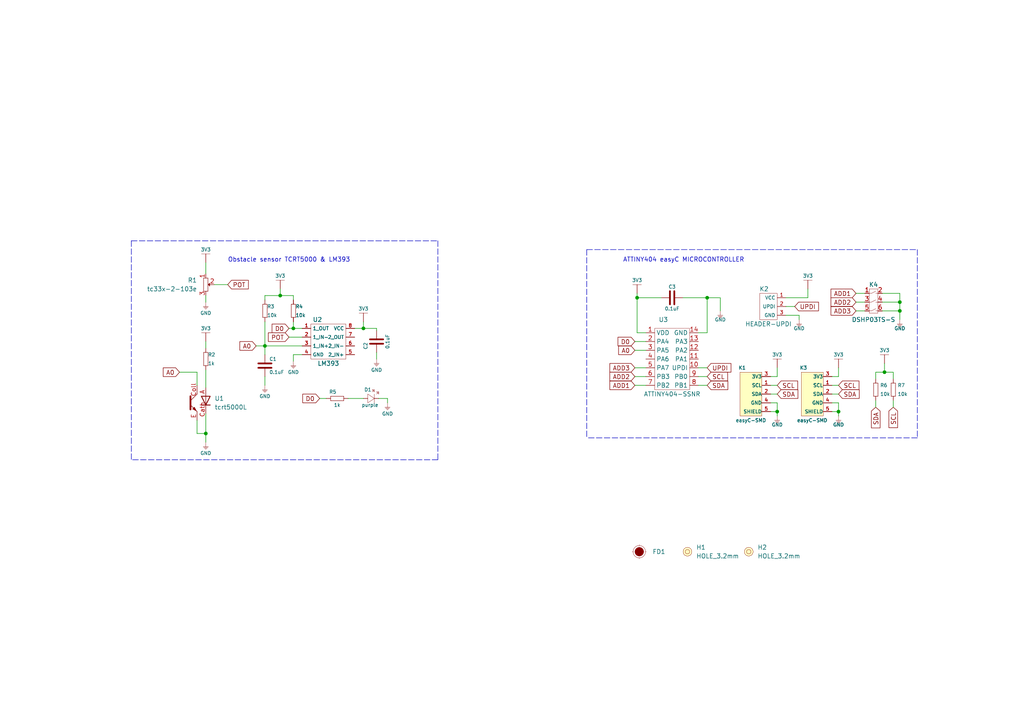
<source format=kicad_sch>
(kicad_sch (version 20210126) (generator eeschema)

  (paper "A4")

  (lib_symbols
    (symbol "e-radionica.com schematics:0402LED" (pin_numbers hide) (pin_names (offset 0.254) hide) (in_bom yes) (on_board yes)
      (property "Reference" "D" (id 0) (at -0.635 2.54 0)
        (effects (font (size 1 1)))
      )
      (property "Value" "0402LED" (id 1) (at 0 -2.54 0)
        (effects (font (size 1 1)))
      )
      (property "Footprint" "e-radionica.com footprinti:0402LED" (id 2) (at 0 5.08 0)
        (effects (font (size 1 1)) hide)
      )
      (property "Datasheet" "" (id 3) (at 0 0 0)
        (effects (font (size 1 1)) hide)
      )
      (property "Package" "0402" (id 4) (at 0 0 0)
        (effects (font (size 1.27 1.27)) hide)
      )
      (symbol "0402LED_0_1"
        (polyline
          (pts
            (xy -0.635 1.27)
            (xy -0.635 -1.27)
            (xy 1.27 0)
          )
          (stroke (width 0.0006)) (fill (type none))
        )
        (polyline
          (pts
            (xy -0.635 1.27)
            (xy 1.27 0)
          )
          (stroke (width 0.0006)) (fill (type none))
        )
        (polyline
          (pts
            (xy 1.27 1.27)
            (xy 1.27 -1.27)
          )
          (stroke (width 0.0006)) (fill (type none))
        )
        (polyline
          (pts
            (xy 0.635 1.905)
            (xy 1.27 2.54)
          )
          (stroke (width 0.0006)) (fill (type none))
        )
        (polyline
          (pts
            (xy 1.905 1.27)
            (xy 2.54 1.905)
          )
          (stroke (width 0.0006)) (fill (type none))
        )
        (polyline
          (pts
            (xy 2.54 1.905)
            (xy 1.905 1.905)
            (xy 2.54 1.27)
            (xy 2.54 1.905)
          )
          (stroke (width 0.0006)) (fill (type none))
        )
        (polyline
          (pts
            (xy 1.27 2.54)
            (xy 0.635 2.54)
            (xy 1.27 1.905)
            (xy 1.27 2.54)
          )
          (stroke (width 0.0006)) (fill (type none))
        )
      )
      (symbol "0402LED_1_1"
        (pin passive line (at -1.905 0 0) (length 1.27)
          (name "A" (effects (font (size 1.27 1.27))))
          (number "1" (effects (font (size 1.27 1.27))))
        )
        (pin passive line (at 2.54 0 180) (length 1.27)
          (name "K" (effects (font (size 1.27 1.27))))
          (number "2" (effects (font (size 1.27 1.27))))
        )
      )
    )
    (symbol "e-radionica.com schematics:0402R" (pin_numbers hide) (pin_names (offset 0.254)) (in_bom yes) (on_board yes)
      (property "Reference" "R" (id 0) (at -1.905 1.27 0)
        (effects (font (size 1 1)))
      )
      (property "Value" "0402R" (id 1) (at 0 -1.27 0)
        (effects (font (size 1 1)))
      )
      (property "Footprint" "e-radionica.com footprinti:0402R" (id 2) (at -2.54 1.905 0)
        (effects (font (size 1 1)) hide)
      )
      (property "Datasheet" "" (id 3) (at -2.54 1.905 0)
        (effects (font (size 1 1)) hide)
      )
      (symbol "0402R_0_1"
        (rectangle (start -1.905 0.635) (end -1.8796 -0.635)
          (stroke (width 0.1)) (fill (type none))
        )
        (rectangle (start -1.905 0.635) (end 1.905 0.6096)
          (stroke (width 0.1)) (fill (type none))
        )
        (rectangle (start -1.905 -0.635) (end 1.905 -0.6604)
          (stroke (width 0.1)) (fill (type none))
        )
        (rectangle (start 1.905 0.635) (end 1.9304 -0.635)
          (stroke (width 0.1)) (fill (type none))
        )
      )
      (symbol "0402R_1_1"
        (pin passive line (at -3.175 0 0) (length 1.27)
          (name "~" (effects (font (size 1.27 1.27))))
          (number "1" (effects (font (size 1.27 1.27))))
        )
        (pin passive line (at 3.175 0 180) (length 1.27)
          (name "~" (effects (font (size 1.27 1.27))))
          (number "2" (effects (font (size 1.27 1.27))))
        )
      )
    )
    (symbol "e-radionica.com schematics:0603C" (pin_numbers hide) (pin_names (offset 0.002)) (in_bom yes) (on_board yes)
      (property "Reference" "C" (id 0) (at -0.635 3.175 0)
        (effects (font (size 1 1)))
      )
      (property "Value" "0603C" (id 1) (at 0 -3.175 0)
        (effects (font (size 1 1)))
      )
      (property "Footprint" "e-radionica.com footprinti:0603C" (id 2) (at 0 0 0)
        (effects (font (size 1 1)) hide)
      )
      (property "Datasheet" "" (id 3) (at 0 0 0)
        (effects (font (size 1 1)) hide)
      )
      (symbol "0603C_0_1"
        (polyline
          (pts
            (xy -0.635 1.905)
            (xy -0.635 -1.905)
          )
          (stroke (width 0.5)) (fill (type none))
        )
        (polyline
          (pts
            (xy 0.635 1.905)
            (xy 0.635 -1.905)
          )
          (stroke (width 0.5)) (fill (type none))
        )
      )
      (symbol "0603C_1_1"
        (pin passive line (at 3.175 0 180) (length 2.54)
          (name "~" (effects (font (size 1.27 1.27))))
          (number "2" (effects (font (size 1.27 1.27))))
        )
        (pin passive line (at -3.175 0 0) (length 2.54)
          (name "~" (effects (font (size 1.27 1.27))))
          (number "1" (effects (font (size 1.27 1.27))))
        )
      )
    )
    (symbol "e-radionica.com schematics:0603R" (pin_numbers hide) (pin_names (offset 0.254)) (in_bom yes) (on_board yes)
      (property "Reference" "R" (id 0) (at -1.905 1.905 0)
        (effects (font (size 1 1)))
      )
      (property "Value" "0603R" (id 1) (at 0 -1.905 0)
        (effects (font (size 1 1)))
      )
      (property "Footprint" "e-radionica.com footprinti:0603R" (id 2) (at -0.635 1.905 0)
        (effects (font (size 1 1)) hide)
      )
      (property "Datasheet" "" (id 3) (at -0.635 1.905 0)
        (effects (font (size 1 1)) hide)
      )
      (symbol "0603R_0_1"
        (rectangle (start -1.905 0.635) (end -1.8796 -0.635)
          (stroke (width 0.1)) (fill (type none))
        )
        (rectangle (start -1.905 0.635) (end 1.905 0.6096)
          (stroke (width 0.1)) (fill (type none))
        )
        (rectangle (start -1.905 -0.635) (end 1.905 -0.6604)
          (stroke (width 0.1)) (fill (type none))
        )
        (rectangle (start 1.905 0.635) (end 1.9304 -0.635)
          (stroke (width 0.1)) (fill (type none))
        )
      )
      (symbol "0603R_1_1"
        (pin passive line (at -3.175 0 0) (length 1.27)
          (name "~" (effects (font (size 1.27 1.27))))
          (number "1" (effects (font (size 1.27 1.27))))
        )
        (pin passive line (at 3.175 0 180) (length 1.27)
          (name "~" (effects (font (size 1.27 1.27))))
          (number "2" (effects (font (size 1.27 1.27))))
        )
      )
    )
    (symbol "e-radionica.com schematics:3V3" (power) (pin_names (offset 0)) (in_bom yes) (on_board yes)
      (property "Reference" "#PWR" (id 0) (at 4.445 0 0)
        (effects (font (size 1 1)) hide)
      )
      (property "Value" "3V3" (id 1) (at 0 3.556 0)
        (effects (font (size 1 1)))
      )
      (property "Footprint" "" (id 2) (at 4.445 3.81 0)
        (effects (font (size 1 1)) hide)
      )
      (property "Datasheet" "" (id 3) (at 4.445 3.81 0)
        (effects (font (size 1 1)) hide)
      )
      (property "ki_keywords" "power-flag" (id 4) (at 0 0 0)
        (effects (font (size 1.27 1.27)) hide)
      )
      (property "ki_description" "Power symbol creates a global label with name \"+3V3\"" (id 5) (at 0 0 0)
        (effects (font (size 1.27 1.27)) hide)
      )
      (symbol "3V3_0_1"
        (polyline
          (pts
            (xy 0 0)
            (xy 0 2.54)
          )
          (stroke (width 0)) (fill (type none))
        )
        (polyline
          (pts
            (xy -1.27 2.54)
            (xy 1.27 2.54)
          )
          (stroke (width 0.0006)) (fill (type none))
        )
      )
      (symbol "3V3_1_1"
        (pin power_in line (at 0 0 90) (length 0) hide
          (name "3V3" (effects (font (size 1.27 1.27))))
          (number "1" (effects (font (size 1.27 1.27))))
        )
      )
    )
    (symbol "e-radionica.com schematics:ATTINY404-SSNR" (in_bom yes) (on_board yes)
      (property "Reference" "U" (id 0) (at -5.08 10.16 0)
        (effects (font (size 1.27 1.27)))
      )
      (property "Value" "ATTINY404-SSNR" (id 1) (at 0 -10.16 0)
        (effects (font (size 1.27 1.27)))
      )
      (property "Footprint" "e-radionica.com footprinti:SOIC-14" (id 2) (at 0 -11.43 0)
        (effects (font (size 1.27 1.27)) hide)
      )
      (property "Datasheet" "" (id 3) (at 0 -2.54 0)
        (effects (font (size 1.27 1.27)) hide)
      )
      (symbol "ATTINY404-SSNR_0_1"
        (rectangle (start -5.08 8.89) (end 5.08 -8.89)
          (stroke (width 0.0006)) (fill (type none))
        )
      )
      (symbol "ATTINY404-SSNR_1_1"
        (pin power_in line (at -7.62 7.62 0) (length 2.54)
          (name "VDD" (effects (font (size 1.27 1.27))))
          (number "1" (effects (font (size 1.27 1.27))))
        )
        (pin bidirectional line (at -7.62 5.08 0) (length 2.54)
          (name "PA4" (effects (font (size 1.27 1.27))))
          (number "2" (effects (font (size 1.27 1.27))))
        )
        (pin bidirectional line (at -7.62 2.54 0) (length 2.54)
          (name "PA5" (effects (font (size 1.27 1.27))))
          (number "3" (effects (font (size 1.27 1.27))))
        )
        (pin bidirectional line (at -7.62 0 0) (length 2.54)
          (name "PA6" (effects (font (size 1.27 1.27))))
          (number "4" (effects (font (size 1.27 1.27))))
        )
        (pin bidirectional line (at -7.62 -2.54 0) (length 2.54)
          (name "PA7" (effects (font (size 1.27 1.27))))
          (number "5" (effects (font (size 1.27 1.27))))
        )
        (pin bidirectional line (at -7.62 -5.08 0) (length 2.54)
          (name "PB3" (effects (font (size 1.27 1.27))))
          (number "6" (effects (font (size 1.27 1.27))))
        )
        (pin bidirectional line (at -7.62 -7.62 0) (length 2.54)
          (name "PB2" (effects (font (size 1.27 1.27))))
          (number "7" (effects (font (size 1.27 1.27))))
        )
        (pin bidirectional line (at 7.62 -7.62 180) (length 2.54)
          (name "PB1" (effects (font (size 1.27 1.27))))
          (number "8" (effects (font (size 1.27 1.27))))
        )
        (pin bidirectional line (at 7.62 -5.08 180) (length 2.54)
          (name "PB0" (effects (font (size 1.27 1.27))))
          (number "9" (effects (font (size 1.27 1.27))))
        )
        (pin bidirectional line (at 7.62 -2.54 180) (length 2.54)
          (name "UPDI" (effects (font (size 1.27 1.27))))
          (number "10" (effects (font (size 1.27 1.27))))
        )
        (pin bidirectional line (at 7.62 0 180) (length 2.54)
          (name "PA1" (effects (font (size 1.27 1.27))))
          (number "11" (effects (font (size 1.27 1.27))))
        )
        (pin bidirectional line (at 7.62 2.54 180) (length 2.54)
          (name "PA2" (effects (font (size 1.27 1.27))))
          (number "12" (effects (font (size 1.27 1.27))))
        )
        (pin bidirectional line (at 7.62 5.08 180) (length 2.54)
          (name "PA3" (effects (font (size 1.27 1.27))))
          (number "13" (effects (font (size 1.27 1.27))))
        )
        (pin power_in line (at 7.62 7.62 180) (length 2.54)
          (name "GND" (effects (font (size 1.27 1.27))))
          (number "14" (effects (font (size 1.27 1.27))))
        )
      )
    )
    (symbol "e-radionica.com schematics:DSHP03TS-S" (in_bom yes) (on_board yes)
      (property "Reference" "K" (id 0) (at 0 5.08 0)
        (effects (font (size 1.27 1.27)))
      )
      (property "Value" "DSHP03TS-S" (id 1) (at 0 -5.08 0)
        (effects (font (size 1.27 1.27)))
      )
      (property "Footprint" "e-radionica.com footprinti:DSHP03TS-S" (id 2) (at -1.27 -7.62 0)
        (effects (font (size 1.27 1.27)) hide)
      )
      (property "Datasheet" "" (id 3) (at 0 0 0)
        (effects (font (size 1.27 1.27)) hide)
      )
      (property "ki_keywords" "DIP SW SWITCH " (id 4) (at 0 0 0)
        (effects (font (size 1.27 1.27)) hide)
      )
      (symbol "DSHP03TS-S_0_1"
        (rectangle (start -1.27 3.81) (end 1.27 -3.175)
          (stroke (width 0.0006)) (fill (type none))
        )
        (polyline
          (pts
            (xy -1.27 2.54)
            (xy -0.635 2.54)
            (xy 0.635 3.175)
          )
          (stroke (width 0.0006)) (fill (type none))
        )
        (polyline
          (pts
            (xy -1.27 0)
            (xy -0.635 0)
            (xy 0.635 0.635)
          )
          (stroke (width 0.0006)) (fill (type none))
        )
        (polyline
          (pts
            (xy -1.27 -2.54)
            (xy -0.635 -2.54)
            (xy 0.635 -1.905)
          )
          (stroke (width 0.0006)) (fill (type none))
        )
        (polyline
          (pts
            (xy 1.27 -2.54)
            (xy 0.635 -2.54)
          )
          (stroke (width 0.0006)) (fill (type none))
        )
        (polyline
          (pts
            (xy 1.27 0)
            (xy 0.635 0)
          )
          (stroke (width 0.0006)) (fill (type none))
        )
        (polyline
          (pts
            (xy 1.27 2.54)
            (xy 0.635 2.54)
          )
          (stroke (width 0.0006)) (fill (type none))
        )
      )
      (symbol "DSHP03TS-S_1_1"
        (pin bidirectional line (at -2.54 2.54 0) (length 1.27)
          (name "~" (effects (font (size 1.27 1.27))))
          (number "1" (effects (font (size 1.27 1.27))))
        )
        (pin bidirectional line (at 2.54 2.54 180) (length 1.27)
          (name "~" (effects (font (size 1.27 1.27))))
          (number "2" (effects (font (size 1.27 1.27))))
        )
        (pin bidirectional line (at -2.54 0 0) (length 1.27)
          (name "~" (effects (font (size 1.27 1.27))))
          (number "3" (effects (font (size 1.27 1.27))))
        )
        (pin bidirectional line (at 2.54 0 180) (length 1.27)
          (name "~" (effects (font (size 1.27 1.27))))
          (number "4" (effects (font (size 1.27 1.27))))
        )
        (pin bidirectional line (at -2.54 -2.54 0) (length 1.27)
          (name "~" (effects (font (size 1.27 1.27))))
          (number "5" (effects (font (size 1.27 1.27))))
        )
        (pin bidirectional line (at 2.54 -2.54 180) (length 1.27)
          (name "~" (effects (font (size 1.27 1.27))))
          (number "6" (effects (font (size 1.27 1.27))))
        )
      )
    )
    (symbol "e-radionica.com schematics:Fiducial_Stencil" (pin_numbers hide) (pin_names hide) (in_bom yes) (on_board yes)
      (property "Reference" "FD?" (id 0) (at 0 3.048 0)
        (effects (font (size 1.27 1.27)))
      )
      (property "Value" "Fiducial_Stencil" (id 1) (at 0 -2.794 0)
        (effects (font (size 1.27 1.27)) hide)
      )
      (property "Footprint" "e-radionica.com footprinti:FIDUCIAL_1MM_PASTE" (id 2) (at 0 -6.35 0)
        (effects (font (size 1.27 1.27)) hide)
      )
      (property "Datasheet" "" (id 3) (at 0 0 0)
        (effects (font (size 1.27 1.27)) hide)
      )
      (symbol "Fiducial_Stencil_0_1"
        (circle (center 0 0) (radius 1.7961) (stroke (width 0.0006)) (fill (type none)))
        (circle (center 0 0) (radius 1.27) (stroke (width 0.001)) (fill (type outline)))
        (polyline
          (pts
            (xy 1.778 0)
            (xy 2.032 0)
          )
          (stroke (width 0.0006)) (fill (type none))
        )
        (polyline
          (pts
            (xy 0 1.778)
            (xy 0 2.032)
          )
          (stroke (width 0.0006)) (fill (type none))
        )
        (polyline
          (pts
            (xy -1.778 0)
            (xy -2.032 0)
          )
          (stroke (width 0.0006)) (fill (type none))
        )
        (polyline
          (pts
            (xy 0 -1.778)
            (xy 0 -2.032)
          )
          (stroke (width 0.0006)) (fill (type none))
        )
      )
    )
    (symbol "e-radionica.com schematics:GND" (power) (pin_names (offset 0)) (in_bom yes) (on_board yes)
      (property "Reference" "#PWR" (id 0) (at 4.445 0 0)
        (effects (font (size 1 1)) hide)
      )
      (property "Value" "GND" (id 1) (at 0 -2.921 0)
        (effects (font (size 1 1)))
      )
      (property "Footprint" "" (id 2) (at 4.445 3.81 0)
        (effects (font (size 1 1)) hide)
      )
      (property "Datasheet" "" (id 3) (at 4.445 3.81 0)
        (effects (font (size 1 1)) hide)
      )
      (property "ki_keywords" "power-flag" (id 4) (at 0 0 0)
        (effects (font (size 1.27 1.27)) hide)
      )
      (property "ki_description" "Power symbol creates a global label with name \"+3V3\"" (id 5) (at 0 0 0)
        (effects (font (size 1.27 1.27)) hide)
      )
      (symbol "GND_0_1"
        (polyline
          (pts
            (xy 0 0)
            (xy 0 -1.27)
          )
          (stroke (width 0.0006)) (fill (type none))
        )
        (polyline
          (pts
            (xy -0.762 -1.27)
            (xy 0.762 -1.27)
          )
          (stroke (width 0.0006)) (fill (type none))
        )
        (polyline
          (pts
            (xy -0.381 -1.778)
            (xy 0.381 -1.778)
          )
          (stroke (width 0.0006)) (fill (type none))
        )
        (polyline
          (pts
            (xy -0.127 -2.032)
            (xy 0.127 -2.032)
          )
          (stroke (width 0.0006)) (fill (type none))
        )
        (polyline
          (pts
            (xy -0.635 -1.524)
            (xy 0.635 -1.524)
          )
          (stroke (width 0.0006)) (fill (type none))
        )
      )
      (symbol "GND_1_1"
        (pin power_in line (at 0 0 270) (length 0) hide
          (name "GND" (effects (font (size 1.27 1.27))))
          (number "1" (effects (font (size 1.27 1.27))))
        )
      )
    )
    (symbol "e-radionica.com schematics:HEADER-UPDI" (in_bom yes) (on_board yes)
      (property "Reference" "K" (id 0) (at -1.27 5.08 0)
        (effects (font (size 1.27 1.27)))
      )
      (property "Value" "HEADER-UPDI" (id 1) (at 0 -5.08 0)
        (effects (font (size 1.27 1.27)))
      )
      (property "Footprint" "e-radionica.com footprinti:HEADER-UPDI" (id 2) (at 2.54 -7.62 0)
        (effects (font (size 1.27 1.27)) hide)
      )
      (property "Datasheet" "" (id 3) (at 2.54 0 0)
        (effects (font (size 1.27 1.27)) hide)
      )
      (symbol "HEADER-UPDI_0_1"
        (rectangle (start -2.54 3.81) (end 2.54 -3.81)
          (stroke (width 0.0006)) (fill (type none))
        )
      )
      (symbol "HEADER-UPDI_1_1"
        (pin power_in line (at 5.08 2.54 180) (length 2.54)
          (name "VCC" (effects (font (size 1 1))))
          (number "1" (effects (font (size 1 1))))
        )
        (pin bidirectional line (at 5.08 0 180) (length 2.54)
          (name "UPDI" (effects (font (size 1 1))))
          (number "2" (effects (font (size 1 1))))
        )
        (pin power_in line (at 5.08 -2.54 180) (length 2.54)
          (name "GND" (effects (font (size 1 1))))
          (number "3" (effects (font (size 1 1))))
        )
      )
    )
    (symbol "e-radionica.com schematics:HOLE_3.2mm" (pin_numbers hide) (pin_names hide) (in_bom yes) (on_board yes)
      (property "Reference" "H" (id 0) (at 0 2.54 0)
        (effects (font (size 1.27 1.27)))
      )
      (property "Value" "HOLE_3.2mm" (id 1) (at 0 -2.54 0)
        (effects (font (size 1.27 1.27)))
      )
      (property "Footprint" "e-radionica.com footprinti:HOLE_3.2mm" (id 2) (at 0 0 0)
        (effects (font (size 1.27 1.27)) hide)
      )
      (property "Datasheet" "" (id 3) (at 0 0 0)
        (effects (font (size 1.27 1.27)) hide)
      )
      (symbol "HOLE_3.2mm_0_1"
        (circle (center 0 0) (radius 1.27) (stroke (width 0.001)) (fill (type background)))
        (circle (center 0 0) (radius 0.635) (stroke (width 0.0006)) (fill (type none)))
      )
    )
    (symbol "e-radionica.com schematics:LM393" (in_bom yes) (on_board yes)
      (property "Reference" "U" (id 0) (at 0 6.35 0)
        (effects (font (size 1.27 1.27)))
      )
      (property "Value" "LM393" (id 1) (at 0 -6.35 0)
        (effects (font (size 1.27 1.27)))
      )
      (property "Footprint" "e-radionica.com footprinti:SOIC−8" (id 2) (at 3.81 -2.54 0)
        (effects (font (size 1.27 1.27)) hide)
      )
      (property "Datasheet" "" (id 3) (at 3.81 -2.54 0)
        (effects (font (size 1.27 1.27)) hide)
      )
      (symbol "LM393_0_1"
        (rectangle (start -5.08 5.08) (end 5.08 -5.08)
          (stroke (width 0.0006)) (fill (type none))
        )
      )
      (symbol "LM393_1_1"
        (pin input line (at -7.62 1.27 0) (length 2.54)
          (name "1_IN-" (effects (font (size 1 1))))
          (number "2" (effects (font (size 1 1))))
        )
        (pin power_in line (at -7.62 -1.27 0) (length 2.54)
          (name "1_IN+" (effects (font (size 1 1))))
          (number "3" (effects (font (size 1 1))))
        )
        (pin power_in line (at -7.62 3.81 0) (length 2.54)
          (name "1_OUT" (effects (font (size 1 1))))
          (number "1" (effects (font (size 1 1))))
        )
        (pin passive line (at -7.62 -3.81 0) (length 2.54)
          (name "GND" (effects (font (size 1 1))))
          (number "4" (effects (font (size 1 1))))
        )
        (pin power_in line (at 7.62 -3.81 180) (length 2.54)
          (name "2_IN+" (effects (font (size 1 1))))
          (number "5" (effects (font (size 1 1))))
        )
        (pin power_in line (at 7.62 -1.27 180) (length 2.54)
          (name "2_IN-" (effects (font (size 1 1))))
          (number "6" (effects (font (size 1 1))))
        )
        (pin power_out line (at 7.62 1.27 180) (length 2.54)
          (name "2_OUT" (effects (font (size 1 1))))
          (number "7" (effects (font (size 1 1))))
        )
        (pin power_in line (at 7.62 3.81 180) (length 2.54)
          (name "VCC" (effects (font (size 1 1))))
          (number "8" (effects (font (size 1 1))))
        )
      )
    )
    (symbol "e-radionica.com schematics:easyC-SMD" (pin_names (offset 0.002)) (in_bom yes) (on_board yes)
      (property "Reference" "K" (id 0) (at -2.54 10.16 0)
        (effects (font (size 1 1)))
      )
      (property "Value" "easyC-SMD" (id 1) (at 0 -5.08 0)
        (effects (font (size 1 1)))
      )
      (property "Footprint" "e-radionica.com footprinti:easyC-connector" (id 2) (at 3.175 2.54 0)
        (effects (font (size 1 1)) hide)
      )
      (property "Datasheet" "" (id 3) (at 3.175 2.54 0)
        (effects (font (size 1 1)) hide)
      )
      (symbol "easyC-SMD_0_1"
        (rectangle (start -3.175 8.89) (end 3.175 -3.81)
          (stroke (width 0.001)) (fill (type background))
        )
      )
      (symbol "easyC-SMD_1_1"
        (pin passive line (at 5.715 5.08 180) (length 2.54)
          (name "SCL" (effects (font (size 1 1))))
          (number "1" (effects (font (size 1 1))))
        )
        (pin passive line (at 5.715 2.54 180) (length 2.54)
          (name "SDA" (effects (font (size 1 1))))
          (number "2" (effects (font (size 1 1))))
        )
        (pin passive line (at 5.715 7.62 180) (length 2.54)
          (name "3V3" (effects (font (size 1 1))))
          (number "3" (effects (font (size 1 1))))
        )
        (pin passive line (at 5.715 0 180) (length 2.54)
          (name "GND" (effects (font (size 1 1))))
          (number "4" (effects (font (size 1 1))))
        )
        (pin passive line (at 5.715 -2.54 180) (length 2.54)
          (name "SHIELD" (effects (font (size 1 1))))
          (number "5" (effects (font (size 1 1))))
        )
      )
    )
    (symbol "e-radionica.com schematics:tc33x-2-103e" (in_bom yes) (on_board yes)
      (property "Reference" "R" (id 0) (at -1.778 3.302 0)
        (effects (font (size 1.27 1.27)))
      )
      (property "Value" "tc33x-2-103e" (id 1) (at 0 -2.54 0)
        (effects (font (size 1.27 1.27)))
      )
      (property "Footprint" "e-radionica.com footprinti:tc33x-2-103e" (id 2) (at 0 -5.08 0)
        (effects (font (size 1.27 1.27)) hide)
      )
      (property "Datasheet" "" (id 3) (at -0.0508 -0.0508 0)
        (effects (font (size 1.27 1.27)) hide)
      )
      (symbol "tc33x-2-103e_0_1"
        (rectangle (start -1.905 0.635) (end -1.8796 -0.635)
          (stroke (width 0.1)) (fill (type none))
        )
        (rectangle (start -1.905 0.635) (end 1.905 0.6096)
          (stroke (width 0.1)) (fill (type none))
        )
        (rectangle (start -1.905 -0.635) (end 1.905 -0.6604)
          (stroke (width 0.1)) (fill (type none))
        )
        (rectangle (start 1.905 0.635) (end 1.9304 -0.635)
          (stroke (width 0.1)) (fill (type none))
        )
        (polyline
          (pts
            (xy -0.4318 1.1684)
            (xy 0.4826 1.1684)
            (xy 0 0.635)
            (xy -0.4064 1.0922)
            (xy -0.4826 1.1684)
            (xy 0 0.7874)
            (xy 0.3048 1.1176)
            (xy -0.254 1.0668)
            (xy 0.0254 0.8636)
            (xy 0.0762 1.0414)
            (xy -0.0254 0.9652)
          )
          (stroke (width 0.0006)) (fill (type none))
        )
      )
      (symbol "tc33x-2-103e_1_1"
        (pin passive line (at -3.175 0 0) (length 1.27)
          (name "~" (effects (font (size 1.27 1.27))))
          (number "1" (effects (font (size 1.27 1.27))))
        )
        (pin passive line (at 3.175 0.0002 180) (length 1.27)
          (name "~" (effects (font (size 1.27 1.27))))
          (number "3" (effects (font (size 1.27 1.27))))
        )
        (pin passive line (at 0 2.4892 270) (length 1.27)
          (name "" (effects (font (size 1.27 1.27))))
          (number "2" (effects (font (size 1.27 1.27))))
        )
      )
    )
    (symbol "e-radionica.com schematics:tcrt5000L" (in_bom yes) (on_board yes)
      (property "Reference" "U" (id 0) (at -4.445 3.81 0)
        (effects (font (size 1.27 1.27)))
      )
      (property "Value" "tcrt5000L" (id 1) (at 0 -13.335 0)
        (effects (font (size 1.27 1.27)))
      )
      (property "Footprint" "e-radionica.com footprinti:TCRT5000L" (id 2) (at -0.635 0 0)
        (effects (font (size 1.27 1.27)) hide)
      )
      (property "Datasheet" "" (id 3) (at -0.635 0 0)
        (effects (font (size 1.27 1.27)) hide)
      )
      (symbol "tcrt5000L_0_1"
        (polyline
          (pts
            (xy -3.175 0.635)
            (xy -1.27 2.54)
          )
          (stroke (width 0)) (fill (type none))
        )
        (polyline
          (pts
            (xy -3.175 -0.635)
            (xy -1.27 -2.54)
            (xy -1.27 -2.54)
          )
          (stroke (width 0)) (fill (type none))
        )
        (polyline
          (pts
            (xy -3.175 1.905)
            (xy -3.175 -1.905)
            (xy -3.175 -1.905)
          )
          (stroke (width 0.508)) (fill (type none))
        )
        (polyline
          (pts
            (xy -2.54 -1.778)
            (xy -2.032 -1.27)
            (xy -1.524 -2.286)
            (xy -2.54 -1.778)
            (xy -2.54 -1.778)
          )
          (stroke (width 0)) (fill (type outline))
        )
        (polyline
          (pts
            (xy 0 -0.635)
            (xy 2.54 -0.635)
          )
          (stroke (width 0.254)) (fill (type none))
        )
        (polyline
          (pts
            (xy 1.27 1.905)
            (xy 1.27 -0.635)
          )
          (stroke (width 0)) (fill (type none))
        )
        (polyline
          (pts
            (xy 0 1.905)
            (xy 2.54 1.905)
            (xy 1.27 -0.635)
            (xy 0 1.905)
          )
          (stroke (width 0.254)) (fill (type none))
        )
      )
      (symbol "tcrt5000L_1_1"
        (pin passive line (at -1.27 -5.08 90) (length 2.54)
          (name "" (effects (font (size 1.27 1.27))))
          (number "E" (effects (font (size 1.27 1.27))))
        )
        (pin passive line (at -1.27 5.08 270) (length 2.54)
          (name "" (effects (font (size 1.27 1.27))))
          (number "Coll" (effects (font (size 1.27 1.27))))
        )
        (pin passive line (at 1.27 -3.175 90) (length 2.54)
          (name "" (effects (font (size 1.27 1.27))))
          (number "Cath" (effects (font (size 1.27 1.27))))
        )
        (pin passive line (at 1.27 4.445 270) (length 2.54)
          (name "" (effects (font (size 1.27 1.27))))
          (number "A" (effects (font (size 1.27 1.27))))
        )
      )
    )
  )

  (junction (at 59.69 125.73) (diameter 0.9144) (color 0 0 0 0))
  (junction (at 76.835 100.33) (diameter 0.9144) (color 0 0 0 0))
  (junction (at 81.28 85.725) (diameter 0.9144) (color 0 0 0 0))
  (junction (at 85.09 95.25) (diameter 0.9144) (color 0 0 0 0))
  (junction (at 105.41 95.25) (diameter 0.9144) (color 0 0 0 0))
  (junction (at 184.785 86.36) (diameter 0.9144) (color 0 0 0 0))
  (junction (at 205.105 86.36) (diameter 0.9144) (color 0 0 0 0))
  (junction (at 225.425 119.38) (diameter 0.9144) (color 0 0 0 0))
  (junction (at 243.205 119.38) (diameter 0.9144) (color 0 0 0 0))
  (junction (at 256.54 107.95) (diameter 0.9144) (color 0 0 0 0))
  (junction (at 260.985 87.63) (diameter 0.9144) (color 0 0 0 0))
  (junction (at 260.985 90.17) (diameter 0.9144) (color 0 0 0 0))

  (wire (pts (xy 52.07 107.95) (xy 57.15 107.95))
    (stroke (width 0) (type solid) (color 0 0 0 0))
    (uuid 6f53d20f-0dc3-4b30-91f5-c92108e1c10c)
  )
  (wire (pts (xy 57.15 107.95) (xy 57.15 111.76))
    (stroke (width 0) (type solid) (color 0 0 0 0))
    (uuid e03d7eff-d0c3-4f6d-a3a3-7068ae18e4d1)
  )
  (wire (pts (xy 57.15 121.92) (xy 57.15 125.73))
    (stroke (width 0) (type solid) (color 0 0 0 0))
    (uuid 18cebb1d-f176-4ddc-a5b7-bdd5ba643264)
  )
  (wire (pts (xy 57.15 125.73) (xy 59.69 125.73))
    (stroke (width 0) (type solid) (color 0 0 0 0))
    (uuid 02a87ba5-75f9-4c3a-8a08-cd532b3bf850)
  )
  (wire (pts (xy 59.69 76.2) (xy 59.69 79.375))
    (stroke (width 0) (type solid) (color 0 0 0 0))
    (uuid 04971693-6a01-4897-8500-f3fe91a089ef)
  )
  (wire (pts (xy 59.69 87.63) (xy 59.6902 87.63))
    (stroke (width 0) (type solid) (color 0 0 0 0))
    (uuid 9e050b59-aa77-41df-9a46-81c3eb3ef9fb)
  )
  (wire (pts (xy 59.69 99.06) (xy 59.69 100.965))
    (stroke (width 0) (type solid) (color 0 0 0 0))
    (uuid cd7c3d89-3125-4d02-bcc0-ea0cc02cd367)
  )
  (wire (pts (xy 59.69 107.315) (xy 59.69 112.395))
    (stroke (width 0) (type solid) (color 0 0 0 0))
    (uuid 94c04cc9-6668-4fa3-ad21-dc2f4c133c8a)
  )
  (wire (pts (xy 59.69 120.015) (xy 59.69 125.73))
    (stroke (width 0) (type solid) (color 0 0 0 0))
    (uuid 05619800-0079-4a10-95de-10eb3d06399c)
  )
  (wire (pts (xy 59.69 125.73) (xy 59.69 128.27))
    (stroke (width 0) (type solid) (color 0 0 0 0))
    (uuid 40399ca4-8f8f-48af-b864-c8a1757729d4)
  )
  (wire (pts (xy 59.6902 85.725) (xy 59.6902 87.63))
    (stroke (width 0) (type solid) (color 0 0 0 0))
    (uuid 4e29d931-af10-4b2f-9de2-e62de902199c)
  )
  (wire (pts (xy 62.1792 82.55) (xy 66.04 82.55))
    (stroke (width 0) (type solid) (color 0 0 0 0))
    (uuid bea75463-5942-437b-9559-3f5e079ffbef)
  )
  (wire (pts (xy 74.295 100.33) (xy 76.835 100.33))
    (stroke (width 0) (type solid) (color 0 0 0 0))
    (uuid f0e3b405-a03d-482d-adb3-fe83ded3c52b)
  )
  (wire (pts (xy 76.835 85.725) (xy 81.28 85.725))
    (stroke (width 0) (type solid) (color 0 0 0 0))
    (uuid 5d57f0c9-6f5a-4c2c-b0da-bb9b9edff906)
  )
  (wire (pts (xy 76.835 86.995) (xy 76.835 85.725))
    (stroke (width 0) (type solid) (color 0 0 0 0))
    (uuid c094c0da-5344-43d1-9aff-0d69a7d19717)
  )
  (wire (pts (xy 76.835 93.345) (xy 76.835 100.33))
    (stroke (width 0) (type solid) (color 0 0 0 0))
    (uuid 944068a0-70ee-4617-b994-686ee9d3d055)
  )
  (wire (pts (xy 76.835 100.33) (xy 76.835 102.87))
    (stroke (width 0) (type solid) (color 0 0 0 0))
    (uuid 791563ec-2bc3-4e16-b912-936ced12ade7)
  )
  (wire (pts (xy 76.835 100.33) (xy 87.63 100.33))
    (stroke (width 0) (type solid) (color 0 0 0 0))
    (uuid 5d726b59-17a4-4748-9c6f-401cb699216b)
  )
  (wire (pts (xy 76.835 109.22) (xy 76.835 111.76))
    (stroke (width 0) (type solid) (color 0 0 0 0))
    (uuid c478f149-e7ea-471c-ba90-6523179ed998)
  )
  (wire (pts (xy 81.28 85.725) (xy 81.28 83.82))
    (stroke (width 0) (type solid) (color 0 0 0 0))
    (uuid 6d8f85a4-47e6-4fb1-8689-22630a6f5173)
  )
  (wire (pts (xy 81.28 85.725) (xy 85.09 85.725))
    (stroke (width 0) (type solid) (color 0 0 0 0))
    (uuid 321bc9e7-2266-4892-b7ba-02f26763298e)
  )
  (wire (pts (xy 83.82 95.25) (xy 85.09 95.25))
    (stroke (width 0) (type solid) (color 0 0 0 0))
    (uuid 882bfbae-217b-477e-bcfa-ba3a15797851)
  )
  (wire (pts (xy 83.82 97.79) (xy 87.63 97.79))
    (stroke (width 0) (type solid) (color 0 0 0 0))
    (uuid d82de6ba-972e-4def-8b16-dc1b2667f403)
  )
  (wire (pts (xy 85.09 85.725) (xy 85.09 86.995))
    (stroke (width 0) (type solid) (color 0 0 0 0))
    (uuid f40bbae5-b4d9-4825-8d87-dac516770c86)
  )
  (wire (pts (xy 85.09 93.345) (xy 85.09 95.25))
    (stroke (width 0) (type solid) (color 0 0 0 0))
    (uuid 91d74855-dc97-4cf6-af53-f428481c2837)
  )
  (wire (pts (xy 85.09 95.25) (xy 87.63 95.25))
    (stroke (width 0) (type solid) (color 0 0 0 0))
    (uuid 49c19e14-d633-43d6-8ff2-6428fc516328)
  )
  (wire (pts (xy 85.09 102.87) (xy 85.09 104.775))
    (stroke (width 0) (type solid) (color 0 0 0 0))
    (uuid c5f32694-2283-40f6-91c8-d13afcaa626c)
  )
  (wire (pts (xy 87.63 102.87) (xy 85.09 102.87))
    (stroke (width 0) (type solid) (color 0 0 0 0))
    (uuid 39e85442-5a5c-4058-926f-f76520cc2dd7)
  )
  (wire (pts (xy 92.71 115.57) (xy 94.615 115.57))
    (stroke (width 0) (type solid) (color 0 0 0 0))
    (uuid db7d6fcc-33fa-4dc6-8a7f-108ac30cfdac)
  )
  (wire (pts (xy 100.965 115.57) (xy 105.41 115.57))
    (stroke (width 0) (type solid) (color 0 0 0 0))
    (uuid b3db74c8-caaa-4619-925d-ff593de56089)
  )
  (wire (pts (xy 102.87 95.25) (xy 105.41 95.25))
    (stroke (width 0) (type solid) (color 0 0 0 0))
    (uuid 73874843-f2aa-4c7b-b542-5f66a77c8623)
  )
  (wire (pts (xy 105.41 95.25) (xy 105.41 93.345))
    (stroke (width 0) (type solid) (color 0 0 0 0))
    (uuid 05751c07-d0c5-4d0a-8055-25714abf1ed0)
  )
  (wire (pts (xy 109.22 95.25) (xy 105.41 95.25))
    (stroke (width 0) (type solid) (color 0 0 0 0))
    (uuid ee3b6b21-bd51-43cd-843c-1f2fb2d28873)
  )
  (wire (pts (xy 109.22 95.885) (xy 109.22 95.25))
    (stroke (width 0) (type solid) (color 0 0 0 0))
    (uuid 7506a300-d98f-46a7-b745-ab87a071e86a)
  )
  (wire (pts (xy 109.22 102.235) (xy 109.22 104.14))
    (stroke (width 0) (type solid) (color 0 0 0 0))
    (uuid 66cf8979-c206-4d12-b54e-ff22493d4003)
  )
  (wire (pts (xy 109.855 115.57) (xy 112.395 115.57))
    (stroke (width 0) (type solid) (color 0 0 0 0))
    (uuid 8fb1d9dc-0263-4b02-8d8f-9c916c41b328)
  )
  (wire (pts (xy 112.395 115.57) (xy 112.395 116.84))
    (stroke (width 0) (type solid) (color 0 0 0 0))
    (uuid 42d9e329-571d-41c3-8b9c-a0a396c68f67)
  )
  (wire (pts (xy 184.15 99.06) (xy 187.325 99.06))
    (stroke (width 0) (type solid) (color 0 0 0 0))
    (uuid a7d02cbf-4db8-40e3-8c8a-1bb558489bb1)
  )
  (wire (pts (xy 184.15 101.6) (xy 187.325 101.6))
    (stroke (width 0) (type solid) (color 0 0 0 0))
    (uuid a0a97189-d6cb-4ea7-a3b1-36533f4f3979)
  )
  (wire (pts (xy 184.15 106.68) (xy 187.325 106.68))
    (stroke (width 0) (type solid) (color 0 0 0 0))
    (uuid 105b0cf2-c998-4447-9a09-9527b1d62bdf)
  )
  (wire (pts (xy 184.15 109.22) (xy 187.325 109.22))
    (stroke (width 0) (type solid) (color 0 0 0 0))
    (uuid e0907ed0-bbc8-482a-9043-829b0eee76c1)
  )
  (wire (pts (xy 184.15 111.76) (xy 187.325 111.76))
    (stroke (width 0) (type solid) (color 0 0 0 0))
    (uuid 799c2952-168f-4bef-8126-e4885acd4030)
  )
  (wire (pts (xy 184.785 86.36) (xy 184.785 85.09))
    (stroke (width 0) (type solid) (color 0 0 0 0))
    (uuid e0c4e712-24ca-41d0-9b9c-0cc9c9358770)
  )
  (wire (pts (xy 184.785 96.52) (xy 184.785 86.36))
    (stroke (width 0) (type solid) (color 0 0 0 0))
    (uuid 9a0bd958-e773-4f8a-bf48-1179e9187d56)
  )
  (wire (pts (xy 187.325 96.52) (xy 184.785 96.52))
    (stroke (width 0) (type solid) (color 0 0 0 0))
    (uuid 0b80d9c9-a2c4-4c9e-a20a-1d71e40d4219)
  )
  (wire (pts (xy 191.77 86.36) (xy 184.785 86.36))
    (stroke (width 0) (type solid) (color 0 0 0 0))
    (uuid 0a32ace3-8cf7-493f-acad-32118bb332c4)
  )
  (wire (pts (xy 198.12 86.36) (xy 205.105 86.36))
    (stroke (width 0) (type solid) (color 0 0 0 0))
    (uuid 40b01331-f27d-4d70-963c-933c48c2b43a)
  )
  (wire (pts (xy 202.565 106.68) (xy 205.105 106.68))
    (stroke (width 0) (type solid) (color 0 0 0 0))
    (uuid fb0bcc64-9ac1-46f9-93fd-e0c733df466f)
  )
  (wire (pts (xy 202.565 109.22) (xy 205.105 109.22))
    (stroke (width 0) (type solid) (color 0 0 0 0))
    (uuid 4ea5c54e-abc0-49ee-8701-76ba25ff2ef0)
  )
  (wire (pts (xy 202.565 111.76) (xy 205.105 111.76))
    (stroke (width 0) (type solid) (color 0 0 0 0))
    (uuid f87dbde4-ad15-481b-a00e-54f422035bf8)
  )
  (wire (pts (xy 205.105 86.36) (xy 205.105 96.52))
    (stroke (width 0) (type solid) (color 0 0 0 0))
    (uuid a18f69a5-3a28-4ce7-9e3b-c170eaa47a71)
  )
  (wire (pts (xy 205.105 86.36) (xy 208.915 86.36))
    (stroke (width 0) (type solid) (color 0 0 0 0))
    (uuid cc96cd07-3552-4f9b-a5fc-63c5924a25e9)
  )
  (wire (pts (xy 205.105 96.52) (xy 202.565 96.52))
    (stroke (width 0) (type solid) (color 0 0 0 0))
    (uuid 63026436-b6bd-4ba4-b947-ca2f2c3a8e2f)
  )
  (wire (pts (xy 208.915 86.36) (xy 208.915 90.17))
    (stroke (width 0) (type solid) (color 0 0 0 0))
    (uuid 53c9cb01-6fc4-4a5a-96f2-674732b4c285)
  )
  (wire (pts (xy 223.52 109.22) (xy 225.425 109.22))
    (stroke (width 0) (type solid) (color 0 0 0 0))
    (uuid 0ecef262-a31b-4a49-a742-3658ae229cd8)
  )
  (wire (pts (xy 223.52 111.76) (xy 225.425 111.76))
    (stroke (width 0) (type solid) (color 0 0 0 0))
    (uuid 23a08108-3ccf-40a0-9be4-e4a749d1c2fc)
  )
  (wire (pts (xy 223.52 114.3) (xy 225.425 114.3))
    (stroke (width 0) (type solid) (color 0 0 0 0))
    (uuid 3a5a6e2c-0cf2-49fb-99cd-9477af8e140e)
  )
  (wire (pts (xy 223.52 116.84) (xy 225.425 116.84))
    (stroke (width 0) (type solid) (color 0 0 0 0))
    (uuid 5b2c06a6-7494-457c-bd22-560721c62f2c)
  )
  (wire (pts (xy 223.52 119.38) (xy 225.425 119.38))
    (stroke (width 0) (type solid) (color 0 0 0 0))
    (uuid 3481cd88-aeec-4162-a5fb-d600b1f8b98a)
  )
  (wire (pts (xy 225.425 109.22) (xy 225.425 106.68))
    (stroke (width 0) (type solid) (color 0 0 0 0))
    (uuid dcd070b7-bee2-4180-8652-cdf2b040a996)
  )
  (wire (pts (xy 225.425 116.84) (xy 225.425 119.38))
    (stroke (width 0) (type solid) (color 0 0 0 0))
    (uuid 55a5f31c-a6a7-4a65-b640-da22e2b4476f)
  )
  (wire (pts (xy 225.425 119.38) (xy 225.425 120.65))
    (stroke (width 0) (type solid) (color 0 0 0 0))
    (uuid 68f96140-f48a-4105-8f09-8765439fcc25)
  )
  (wire (pts (xy 227.965 86.36) (xy 234.315 86.36))
    (stroke (width 0) (type solid) (color 0 0 0 0))
    (uuid 248c07d1-a312-4bc7-95c6-9f7767a249d3)
  )
  (wire (pts (xy 227.965 88.9) (xy 230.505 88.9))
    (stroke (width 0) (type solid) (color 0 0 0 0))
    (uuid 51efbede-6522-4405-9ccc-cc730abc88a3)
  )
  (wire (pts (xy 227.965 91.44) (xy 231.775 91.44))
    (stroke (width 0) (type solid) (color 0 0 0 0))
    (uuid e9c1680a-3dc5-45c2-b946-ba38f54318b1)
  )
  (wire (pts (xy 231.775 91.44) (xy 231.775 92.71))
    (stroke (width 0) (type solid) (color 0 0 0 0))
    (uuid dfa95df5-fef9-427a-a125-cc30fcdb4513)
  )
  (wire (pts (xy 234.315 86.36) (xy 234.315 83.82))
    (stroke (width 0) (type solid) (color 0 0 0 0))
    (uuid 88cf0045-e349-41a5-b4a2-d0640ec19957)
  )
  (wire (pts (xy 241.3 109.22) (xy 243.205 109.22))
    (stroke (width 0) (type solid) (color 0 0 0 0))
    (uuid bb5f6293-f62c-4c9d-af3e-07fd4ae42829)
  )
  (wire (pts (xy 241.3 111.76) (xy 243.205 111.76))
    (stroke (width 0) (type solid) (color 0 0 0 0))
    (uuid 7a5cbe01-db61-4745-a579-cfdc49d7d238)
  )
  (wire (pts (xy 241.3 114.3) (xy 243.205 114.3))
    (stroke (width 0) (type solid) (color 0 0 0 0))
    (uuid bca63fc7-383b-4545-a4d1-78912324c755)
  )
  (wire (pts (xy 241.3 116.84) (xy 243.205 116.84))
    (stroke (width 0) (type solid) (color 0 0 0 0))
    (uuid c71c2cc7-67fb-4569-9d0c-beb56c9aaa0a)
  )
  (wire (pts (xy 241.3 119.38) (xy 243.205 119.38))
    (stroke (width 0) (type solid) (color 0 0 0 0))
    (uuid 4fb7ea3a-17c8-4e3f-90fe-e784927b732f)
  )
  (wire (pts (xy 243.205 109.22) (xy 243.205 106.68))
    (stroke (width 0) (type solid) (color 0 0 0 0))
    (uuid 4bd4e7f7-d890-4fae-9358-32e38f047975)
  )
  (wire (pts (xy 243.205 116.84) (xy 243.205 119.38))
    (stroke (width 0) (type solid) (color 0 0 0 0))
    (uuid fa2c946f-f40b-491a-821b-a954544bb641)
  )
  (wire (pts (xy 243.205 119.38) (xy 243.205 120.65))
    (stroke (width 0) (type solid) (color 0 0 0 0))
    (uuid 952c98f3-2117-43a6-8619-ae93d155414d)
  )
  (wire (pts (xy 248.285 85.09) (xy 250.825 85.09))
    (stroke (width 0) (type solid) (color 0 0 0 0))
    (uuid 7142d14c-2884-4763-8eb8-824d98c5d34a)
  )
  (wire (pts (xy 248.285 87.63) (xy 250.825 87.63))
    (stroke (width 0) (type solid) (color 0 0 0 0))
    (uuid 9c3f72f3-d510-4087-9663-27f2aff5a8af)
  )
  (wire (pts (xy 248.285 90.17) (xy 250.825 90.17))
    (stroke (width 0) (type solid) (color 0 0 0 0))
    (uuid 4caec018-ac92-40f6-aded-15a5db955c6f)
  )
  (wire (pts (xy 254 107.95) (xy 256.54 107.95))
    (stroke (width 0) (type solid) (color 0 0 0 0))
    (uuid 9459cf7a-2ad0-46df-9b04-73c1c88af61c)
  )
  (wire (pts (xy 254 109.855) (xy 254 107.95))
    (stroke (width 0) (type solid) (color 0 0 0 0))
    (uuid 60dc9929-e176-4100-aae0-23593d3e1d42)
  )
  (wire (pts (xy 254 116.205) (xy 254 118.11))
    (stroke (width 0) (type solid) (color 0 0 0 0))
    (uuid 512b2bf5-09c6-4c6b-8e35-b79a63cdfa0b)
  )
  (wire (pts (xy 255.905 85.09) (xy 260.985 85.09))
    (stroke (width 0) (type solid) (color 0 0 0 0))
    (uuid 591d5b1b-c9c3-4c67-a1c7-cbc18dbd93e3)
  )
  (wire (pts (xy 255.905 87.63) (xy 260.985 87.63))
    (stroke (width 0) (type solid) (color 0 0 0 0))
    (uuid 84bf53c1-aa1e-4606-9053-ddc8f99d83a7)
  )
  (wire (pts (xy 255.905 90.17) (xy 260.985 90.17))
    (stroke (width 0) (type solid) (color 0 0 0 0))
    (uuid e13625d4-f5a5-420f-88be-44027a9f907e)
  )
  (wire (pts (xy 256.54 107.95) (xy 256.54 105.41))
    (stroke (width 0) (type solid) (color 0 0 0 0))
    (uuid 75f8c507-8464-401f-b09c-1d3ed0107a0d)
  )
  (wire (pts (xy 259.08 107.95) (xy 256.54 107.95))
    (stroke (width 0) (type solid) (color 0 0 0 0))
    (uuid d3776256-9ea5-4117-8951-24e7cfc61d3e)
  )
  (wire (pts (xy 259.08 109.855) (xy 259.08 107.95))
    (stroke (width 0) (type solid) (color 0 0 0 0))
    (uuid 153e2f5d-3998-4813-ae09-b156c1586ad1)
  )
  (wire (pts (xy 259.08 116.205) (xy 259.08 118.11))
    (stroke (width 0) (type solid) (color 0 0 0 0))
    (uuid 738b5eb2-f5a2-45eb-a841-85a52ac0f8a7)
  )
  (wire (pts (xy 260.985 85.09) (xy 260.985 87.63))
    (stroke (width 0) (type solid) (color 0 0 0 0))
    (uuid a4c42c0e-6b1a-4381-9557-4db419410a74)
  )
  (wire (pts (xy 260.985 87.63) (xy 260.985 90.17))
    (stroke (width 0) (type solid) (color 0 0 0 0))
    (uuid ee90f4e7-7e29-40d0-8f48-b74914821be9)
  )
  (wire (pts (xy 260.985 90.17) (xy 260.985 92.71))
    (stroke (width 0) (type solid) (color 0 0 0 0))
    (uuid 375daea4-7b75-43d4-9fd0-26d78e8927ec)
  )
  (polyline (pts (xy 38.1 69.85) (xy 38.1 133.35))
    (stroke (width 0) (type dash) (color 0 0 0 0))
    (uuid 1347cfab-ccb3-49bc-8f56-fd94854cb476)
  )
  (polyline (pts (xy 38.1 69.85) (xy 127 69.85))
    (stroke (width 0) (type dash) (color 0 0 0 0))
    (uuid 1347cfab-ccb3-49bc-8f56-fd94854cb476)
  )
  (polyline (pts (xy 127 69.85) (xy 127 133.35))
    (stroke (width 0) (type dash) (color 0 0 0 0))
    (uuid 1347cfab-ccb3-49bc-8f56-fd94854cb476)
  )
  (polyline (pts (xy 127 133.35) (xy 38.1 133.35))
    (stroke (width 0) (type dash) (color 0 0 0 0))
    (uuid 1347cfab-ccb3-49bc-8f56-fd94854cb476)
  )
  (polyline (pts (xy 170.18 72.39) (xy 170.18 127))
    (stroke (width 0) (type dash) (color 0 0 0 0))
    (uuid 3f2abde9-bd3e-49e1-9b6b-00bbf3538ccb)
  )
  (polyline (pts (xy 170.18 72.39) (xy 266.065 72.39))
    (stroke (width 0) (type dash) (color 0 0 0 0))
    (uuid 1e05128a-0c3e-469a-aec9-0e2d825e8c00)
  )
  (polyline (pts (xy 266.065 72.39) (xy 266.065 127))
    (stroke (width 0) (type dash) (color 0 0 0 0))
    (uuid c28b50da-9e0e-48c3-bf75-8f7677eb2578)
  )
  (polyline (pts (xy 266.065 127) (xy 170.18 127))
    (stroke (width 0) (type dash) (color 0 0 0 0))
    (uuid 1ab259f4-0729-4690-964d-c825a20ab6a3)
  )

  (text "Obstacle sensor TCRT5000 & LM393" (at 101.6 76.2 180)
    (effects (font (size 1.27 1.27)) (justify right bottom))
    (uuid 337b1bff-f890-4b4c-840e-b078ddf9ae6b)
  )
  (text "ATTINY404 easyC MICROCONTROLLER" (at 215.9 76.2 180)
    (effects (font (size 1.27 1.27)) (justify right bottom))
    (uuid a02619f7-02e1-4412-a0b0-d0adb5011eb0)
  )

  (global_label "A0" (shape input) (at 52.07 107.95 180)
    (effects (font (size 1.27 1.27)) (justify right))
    (uuid 443a591e-32c2-44fd-8f89-eec112e53871)
    (property "Intersheet References" "${INTERSHEET_REFS}" (id 0) (at 45.8348 107.8706 0)
      (effects (font (size 1.27 1.27)) (justify right) hide)
    )
  )
  (global_label "POT" (shape input) (at 66.04 82.55 0)
    (effects (font (size 1.27 1.27)) (justify left))
    (uuid ccb205f4-76bb-416b-800a-cd5bbfb01994)
    (property "Intersheet References" "${INTERSHEET_REFS}" (id 0) (at 73.5452 82.4706 0)
      (effects (font (size 1.27 1.27)) (justify left) hide)
    )
  )
  (global_label "A0" (shape input) (at 74.295 100.33 180)
    (effects (font (size 1.27 1.27)) (justify right))
    (uuid aa1bc2f7-ef6d-4c9c-979a-cb77c7058f76)
    (property "Intersheet References" "${INTERSHEET_REFS}" (id 0) (at 68.0598 100.2506 0)
      (effects (font (size 1.27 1.27)) (justify right) hide)
    )
  )
  (global_label "D0" (shape input) (at 83.82 95.25 180)
    (effects (font (size 1.27 1.27)) (justify right))
    (uuid 5c76d3f9-337f-4a62-b8f4-89786c543ea8)
    (property "Intersheet References" "${INTERSHEET_REFS}" (id 0) (at 77.4034 95.3294 0)
      (effects (font (size 1.27 1.27)) (justify right) hide)
    )
  )
  (global_label "POT" (shape input) (at 83.82 97.79 180)
    (effects (font (size 1.27 1.27)) (justify right))
    (uuid 3ad1f047-fddf-4f9a-b58b-f5e581f69701)
    (property "Intersheet References" "${INTERSHEET_REFS}" (id 0) (at 76.3148 97.7106 0)
      (effects (font (size 1.27 1.27)) (justify right) hide)
    )
  )
  (global_label "D0" (shape input) (at 92.71 115.57 180)
    (effects (font (size 1.27 1.27)) (justify right))
    (uuid 55465947-dc2e-4584-a24a-1f161dae8b12)
    (property "Intersheet References" "${INTERSHEET_REFS}" (id 0) (at 86.2934 115.4906 0)
      (effects (font (size 1.27 1.27)) (justify right) hide)
    )
  )
  (global_label "D0" (shape input) (at 184.15 99.06 180)
    (effects (font (size 1.27 1.27)) (justify right))
    (uuid 3311aba9-3c98-488d-b8e3-08696bee599e)
    (property "Intersheet References" "${INTERSHEET_REFS}" (id 0) (at 177.7334 98.9806 0)
      (effects (font (size 1.27 1.27)) (justify right) hide)
    )
  )
  (global_label "A0" (shape input) (at 184.15 101.6 180)
    (effects (font (size 1.27 1.27)) (justify right))
    (uuid 211c1ed0-c742-44a5-9069-ea6cbef40d65)
    (property "Intersheet References" "${INTERSHEET_REFS}" (id 0) (at 177.9148 101.5206 0)
      (effects (font (size 1.27 1.27)) (justify right) hide)
    )
  )
  (global_label "ADD3" (shape input) (at 184.15 106.68 180)
    (effects (font (size 1.27 1.27)) (justify right))
    (uuid b8bb899b-437b-4839-bdd9-4ecec1fe81cf)
    (property "Intersheet References" "${INTERSHEET_REFS}" (id 0) (at 175.3748 106.6006 0)
      (effects (font (size 1.27 1.27)) (justify right) hide)
    )
  )
  (global_label "ADD2" (shape input) (at 184.15 109.22 180)
    (effects (font (size 1.27 1.27)) (justify right))
    (uuid 117a8aba-3b88-4936-a223-508536bdba70)
    (property "Intersheet References" "${INTERSHEET_REFS}" (id 0) (at 175.3748 109.1406 0)
      (effects (font (size 1.27 1.27)) (justify right) hide)
    )
  )
  (global_label "ADD1" (shape input) (at 184.15 111.76 180)
    (effects (font (size 1.27 1.27)) (justify right))
    (uuid dbf94dad-ca6e-481e-98bf-af1c25c972e8)
    (property "Intersheet References" "${INTERSHEET_REFS}" (id 0) (at 175.3748 111.6806 0)
      (effects (font (size 1.27 1.27)) (justify right) hide)
    )
  )
  (global_label "UPDI" (shape input) (at 205.105 106.68 0)
    (effects (font (size 1.27 1.27)) (justify left))
    (uuid e4b1f0f8-ae17-4fa6-ada4-1ab8a843009d)
    (property "Intersheet References" "${INTERSHEET_REFS}" (id 0) (at 213.5173 106.6006 0)
      (effects (font (size 1.27 1.27)) (justify left) hide)
    )
  )
  (global_label "SCL" (shape input) (at 205.105 109.22 0)
    (effects (font (size 1.27 1.27)) (justify left))
    (uuid f78d7200-7855-44ce-8631-84a4619a6ae8)
    (property "Intersheet References" "${INTERSHEET_REFS}" (id 0) (at 212.5497 109.1406 0)
      (effects (font (size 1.27 1.27)) (justify left) hide)
    )
  )
  (global_label "SDA" (shape input) (at 205.105 111.76 0)
    (effects (font (size 1.27 1.27)) (justify left))
    (uuid 267d16e7-336a-4230-9906-09635d084aaf)
    (property "Intersheet References" "${INTERSHEET_REFS}" (id 0) (at 212.6102 111.8394 0)
      (effects (font (size 1.27 1.27)) (justify left) hide)
    )
  )
  (global_label "SCL" (shape input) (at 225.425 111.76 0)
    (effects (font (size 1.27 1.27)) (justify left))
    (uuid 5b30e36b-866b-49a3-a35a-799b8ac5d6e0)
    (property "Intersheet References" "${INTERSHEET_REFS}" (id 0) (at 232.8697 111.6806 0)
      (effects (font (size 1.27 1.27)) (justify left) hide)
    )
  )
  (global_label "SDA" (shape input) (at 225.425 114.3 0)
    (effects (font (size 1.27 1.27)) (justify left))
    (uuid c9f9beae-19ef-4b63-b928-f6947a280292)
    (property "Intersheet References" "${INTERSHEET_REFS}" (id 0) (at 232.9302 114.2206 0)
      (effects (font (size 1.27 1.27)) (justify left) hide)
    )
  )
  (global_label "UPDI" (shape input) (at 230.505 88.9 0)
    (effects (font (size 1.27 1.27)) (justify left))
    (uuid 0c230f00-386a-4f99-9fe2-ac64367f6cd5)
    (property "Intersheet References" "${INTERSHEET_REFS}" (id 0) (at 238.9173 88.8206 0)
      (effects (font (size 1.27 1.27)) (justify left) hide)
    )
  )
  (global_label "SCL" (shape input) (at 243.205 111.76 0)
    (effects (font (size 1.27 1.27)) (justify left))
    (uuid 2ccffff7-4b47-426a-be16-2a8bab7883bc)
    (property "Intersheet References" "${INTERSHEET_REFS}" (id 0) (at 250.6497 111.6806 0)
      (effects (font (size 1.27 1.27)) (justify left) hide)
    )
  )
  (global_label "SDA" (shape input) (at 243.205 114.3 0)
    (effects (font (size 1.27 1.27)) (justify left))
    (uuid 8c6636fa-60b7-472c-ab8d-b53ab1183a23)
    (property "Intersheet References" "${INTERSHEET_REFS}" (id 0) (at 250.7102 114.2206 0)
      (effects (font (size 1.27 1.27)) (justify left) hide)
    )
  )
  (global_label "ADD1" (shape input) (at 248.285 85.09 180)
    (effects (font (size 1.27 1.27)) (justify right))
    (uuid ae551570-7d80-49e0-a2f1-fade04844ec9)
    (property "Intersheet References" "${INTERSHEET_REFS}" (id 0) (at 239.5098 85.0106 0)
      (effects (font (size 1.27 1.27)) (justify right) hide)
    )
  )
  (global_label "ADD2" (shape input) (at 248.285 87.63 180)
    (effects (font (size 1.27 1.27)) (justify right))
    (uuid 521e682a-01c1-41e0-bd35-145993d650f5)
    (property "Intersheet References" "${INTERSHEET_REFS}" (id 0) (at 239.5098 87.5506 0)
      (effects (font (size 1.27 1.27)) (justify right) hide)
    )
  )
  (global_label "ADD3" (shape input) (at 248.285 90.17 180)
    (effects (font (size 1.27 1.27)) (justify right))
    (uuid 3a867357-9ade-4284-8502-316501471eeb)
    (property "Intersheet References" "${INTERSHEET_REFS}" (id 0) (at 239.5098 90.0906 0)
      (effects (font (size 1.27 1.27)) (justify right) hide)
    )
  )
  (global_label "SDA" (shape input) (at 254 118.11 270)
    (effects (font (size 1.27 1.27)) (justify right))
    (uuid 58aff45e-4dc1-4368-9d85-745d54eb002a)
    (property "Intersheet References" "${INTERSHEET_REFS}" (id 0) (at 253.9206 125.6152 90)
      (effects (font (size 1.27 1.27)) (justify right) hide)
    )
  )
  (global_label "SCL" (shape input) (at 259.08 118.11 270)
    (effects (font (size 1.27 1.27)) (justify right))
    (uuid 0fb63376-1248-40ad-a804-3e5e00e75d67)
    (property "Intersheet References" "${INTERSHEET_REFS}" (id 0) (at 259.1594 125.5547 90)
      (effects (font (size 1.27 1.27)) (justify right) hide)
    )
  )

  (symbol (lib_id "e-radionica.com schematics:GND") (at 59.69 87.63 0) (unit 1)
    (in_bom yes) (on_board yes)
    (uuid e76d4977-2997-4cae-9928-7ab73cbbdc22)
    (property "Reference" "#PWR0108" (id 0) (at 64.135 87.63 0)
      (effects (font (size 1 1)) hide)
    )
    (property "Value" "GND" (id 1) (at 59.69 90.805 0)
      (effects (font (size 1 1)))
    )
    (property "Footprint" "" (id 2) (at 64.135 83.82 0)
      (effects (font (size 1 1)) hide)
    )
    (property "Datasheet" "" (id 3) (at 64.135 83.82 0)
      (effects (font (size 1 1)) hide)
    )
    (pin "1" (uuid 1674149b-52b7-45c7-b414-3e19bb9557c5))
  )

  (symbol (lib_id "e-radionica.com schematics:GND") (at 59.69 128.27 0) (unit 1)
    (in_bom yes) (on_board yes)
    (uuid 74b6cfaf-625a-4732-8aed-480e1b49f6a5)
    (property "Reference" "#PWR0115" (id 0) (at 64.135 128.27 0)
      (effects (font (size 1 1)) hide)
    )
    (property "Value" "GND" (id 1) (at 59.69 131.445 0)
      (effects (font (size 1 1)))
    )
    (property "Footprint" "" (id 2) (at 64.135 124.46 0)
      (effects (font (size 1 1)) hide)
    )
    (property "Datasheet" "" (id 3) (at 64.135 124.46 0)
      (effects (font (size 1 1)) hide)
    )
    (pin "1" (uuid 1674149b-52b7-45c7-b414-3e19bb9557c5))
  )

  (symbol (lib_id "e-radionica.com schematics:GND") (at 76.835 111.76 0) (unit 1)
    (in_bom yes) (on_board yes)
    (uuid 9e586e94-9125-43ba-b688-48b384c82dbc)
    (property "Reference" "#PWR0109" (id 0) (at 81.28 111.76 0)
      (effects (font (size 1 1)) hide)
    )
    (property "Value" "GND" (id 1) (at 76.835 114.935 0)
      (effects (font (size 1 1)))
    )
    (property "Footprint" "" (id 2) (at 81.28 107.95 0)
      (effects (font (size 1 1)) hide)
    )
    (property "Datasheet" "" (id 3) (at 81.28 107.95 0)
      (effects (font (size 1 1)) hide)
    )
    (pin "1" (uuid 1674149b-52b7-45c7-b414-3e19bb9557c5))
  )

  (symbol (lib_id "e-radionica.com schematics:GND") (at 85.09 104.775 0) (unit 1)
    (in_bom yes) (on_board yes)
    (uuid 3017dbbd-b62a-48ca-9c09-ccd1868652b2)
    (property "Reference" "#PWR0118" (id 0) (at 89.535 104.775 0)
      (effects (font (size 1 1)) hide)
    )
    (property "Value" "GND" (id 1) (at 85.09 107.95 0)
      (effects (font (size 1 1)))
    )
    (property "Footprint" "" (id 2) (at 89.535 100.965 0)
      (effects (font (size 1 1)) hide)
    )
    (property "Datasheet" "" (id 3) (at 89.535 100.965 0)
      (effects (font (size 1 1)) hide)
    )
    (pin "1" (uuid 1674149b-52b7-45c7-b414-3e19bb9557c5))
  )

  (symbol (lib_id "e-radionica.com schematics:GND") (at 109.22 104.14 0) (unit 1)
    (in_bom yes) (on_board yes)
    (uuid 78da9810-1d5d-490b-933f-ba58a43e41ec)
    (property "Reference" "#PWR0116" (id 0) (at 113.665 104.14 0)
      (effects (font (size 1 1)) hide)
    )
    (property "Value" "GND" (id 1) (at 109.22 107.315 0)
      (effects (font (size 1 1)))
    )
    (property "Footprint" "" (id 2) (at 113.665 100.33 0)
      (effects (font (size 1 1)) hide)
    )
    (property "Datasheet" "" (id 3) (at 113.665 100.33 0)
      (effects (font (size 1 1)) hide)
    )
    (pin "1" (uuid 1674149b-52b7-45c7-b414-3e19bb9557c5))
  )

  (symbol (lib_id "e-radionica.com schematics:GND") (at 112.395 116.84 0) (unit 1)
    (in_bom yes) (on_board yes)
    (uuid c59a6712-053c-4ae9-8b26-0b1e82b55a1d)
    (property "Reference" "#PWR0117" (id 0) (at 116.84 116.84 0)
      (effects (font (size 1 1)) hide)
    )
    (property "Value" "GND" (id 1) (at 112.395 120.015 0)
      (effects (font (size 1 1)))
    )
    (property "Footprint" "" (id 2) (at 116.84 113.03 0)
      (effects (font (size 1 1)) hide)
    )
    (property "Datasheet" "" (id 3) (at 116.84 113.03 0)
      (effects (font (size 1 1)) hide)
    )
    (pin "1" (uuid 1674149b-52b7-45c7-b414-3e19bb9557c5))
  )

  (symbol (lib_id "e-radionica.com schematics:GND") (at 208.915 90.17 0) (unit 1)
    (in_bom yes) (on_board yes)
    (uuid 35d0b824-ff67-417a-88f0-1067ab34b917)
    (property "Reference" "#PWR0104" (id 0) (at 213.36 90.17 0)
      (effects (font (size 1 1)) hide)
    )
    (property "Value" "GND" (id 1) (at 208.915 92.71 0)
      (effects (font (size 1 1)))
    )
    (property "Footprint" "" (id 2) (at 213.36 86.36 0)
      (effects (font (size 1 1)) hide)
    )
    (property "Datasheet" "" (id 3) (at 213.36 86.36 0)
      (effects (font (size 1 1)) hide)
    )
    (pin "1" (uuid 2a6b0601-cc03-4ad2-b1c8-f6efd66fea6d))
  )

  (symbol (lib_id "e-radionica.com schematics:GND") (at 225.425 120.65 0) (unit 1)
    (in_bom yes) (on_board yes)
    (uuid a9a89c91-a607-487e-8c89-93fe550969ac)
    (property "Reference" "#PWR0101" (id 0) (at 229.87 120.65 0)
      (effects (font (size 1 1)) hide)
    )
    (property "Value" "GND" (id 1) (at 225.425 123.19 0)
      (effects (font (size 1 1)))
    )
    (property "Footprint" "" (id 2) (at 229.87 116.84 0)
      (effects (font (size 1 1)) hide)
    )
    (property "Datasheet" "" (id 3) (at 229.87 116.84 0)
      (effects (font (size 1 1)) hide)
    )
    (pin "1" (uuid 2a6b0601-cc03-4ad2-b1c8-f6efd66fea6d))
  )

  (symbol (lib_id "e-radionica.com schematics:GND") (at 231.775 92.71 0) (unit 1)
    (in_bom yes) (on_board yes)
    (uuid 1d1d281b-0429-4171-9f3c-e8bcc00d01b9)
    (property "Reference" "#PWR0110" (id 0) (at 236.22 92.71 0)
      (effects (font (size 1 1)) hide)
    )
    (property "Value" "GND" (id 1) (at 231.775 95.25 0)
      (effects (font (size 1 1)))
    )
    (property "Footprint" "" (id 2) (at 236.22 88.9 0)
      (effects (font (size 1 1)) hide)
    )
    (property "Datasheet" "" (id 3) (at 236.22 88.9 0)
      (effects (font (size 1 1)) hide)
    )
    (pin "1" (uuid 2a6b0601-cc03-4ad2-b1c8-f6efd66fea6d))
  )

  (symbol (lib_id "e-radionica.com schematics:GND") (at 243.205 120.65 0) (unit 1)
    (in_bom yes) (on_board yes)
    (uuid c86ca1cd-8734-43de-915f-e43a48f184d8)
    (property "Reference" "#PWR0102" (id 0) (at 247.65 120.65 0)
      (effects (font (size 1 1)) hide)
    )
    (property "Value" "GND" (id 1) (at 243.205 123.19 0)
      (effects (font (size 1 1)))
    )
    (property "Footprint" "" (id 2) (at 247.65 116.84 0)
      (effects (font (size 1 1)) hide)
    )
    (property "Datasheet" "" (id 3) (at 247.65 116.84 0)
      (effects (font (size 1 1)) hide)
    )
    (pin "1" (uuid 2a6b0601-cc03-4ad2-b1c8-f6efd66fea6d))
  )

  (symbol (lib_id "e-radionica.com schematics:GND") (at 260.985 92.71 0) (unit 1)
    (in_bom yes) (on_board yes)
    (uuid 71221b77-8be7-4c4b-bd51-cec2eb56ff68)
    (property "Reference" "#PWR0112" (id 0) (at 265.43 92.71 0)
      (effects (font (size 1 1)) hide)
    )
    (property "Value" "GND" (id 1) (at 260.985 95.25 0)
      (effects (font (size 1 1)))
    )
    (property "Footprint" "" (id 2) (at 265.43 88.9 0)
      (effects (font (size 1 1)) hide)
    )
    (property "Datasheet" "" (id 3) (at 265.43 88.9 0)
      (effects (font (size 1 1)) hide)
    )
    (pin "1" (uuid 2a6b0601-cc03-4ad2-b1c8-f6efd66fea6d))
  )

  (symbol (lib_id "e-radionica.com schematics:HOLE_3.2mm") (at 199.39 160.02 0) (unit 1)
    (in_bom yes) (on_board yes)
    (uuid f24f33c9-3ba8-4f3e-8901-c51e6fc9e46f)
    (property "Reference" "H1" (id 0) (at 201.93 158.75 0)
      (effects (font (size 1.27 1.27)) (justify left))
    )
    (property "Value" "HOLE_3.2mm" (id 1) (at 201.93 161.29 0)
      (effects (font (size 1.27 1.27)) (justify left))
    )
    (property "Footprint" "e-radionica.com footprinti:HOLE_3.2mm" (id 2) (at 199.39 160.02 0)
      (effects (font (size 1.27 1.27)) hide)
    )
    (property "Datasheet" "" (id 3) (at 199.39 160.02 0)
      (effects (font (size 1.27 1.27)) hide)
    )
  )

  (symbol (lib_id "e-radionica.com schematics:HOLE_3.2mm") (at 217.17 160.02 0) (unit 1)
    (in_bom yes) (on_board yes)
    (uuid 99f347ed-b1e8-4a17-a10f-780851f10fa1)
    (property "Reference" "H2" (id 0) (at 219.71 158.75 0)
      (effects (font (size 1.27 1.27)) (justify left))
    )
    (property "Value" "HOLE_3.2mm" (id 1) (at 219.71 161.29 0)
      (effects (font (size 1.27 1.27)) (justify left))
    )
    (property "Footprint" "e-radionica.com footprinti:HOLE_3.2mm" (id 2) (at 217.17 160.02 0)
      (effects (font (size 1.27 1.27)) hide)
    )
    (property "Datasheet" "" (id 3) (at 217.17 160.02 0)
      (effects (font (size 1.27 1.27)) hide)
    )
  )

  (symbol (lib_id "e-radionica.com schematics:3V3") (at 59.69 76.2 0) (unit 1)
    (in_bom yes) (on_board yes)
    (uuid 6124c038-740e-410a-ab84-6a9036c31660)
    (property "Reference" "#PWR0107" (id 0) (at 64.135 76.2 0)
      (effects (font (size 1 1)) hide)
    )
    (property "Value" "3V3" (id 1) (at 59.69 72.39 0)
      (effects (font (size 1 1)))
    )
    (property "Footprint" "" (id 2) (at 64.135 72.39 0)
      (effects (font (size 1 1)) hide)
    )
    (property "Datasheet" "" (id 3) (at 64.135 72.39 0)
      (effects (font (size 1 1)) hide)
    )
    (pin "1" (uuid bedf355e-f64d-4d61-a1a3-673658b00eeb))
  )

  (symbol (lib_id "e-radionica.com schematics:3V3") (at 59.69 99.06 0) (unit 1)
    (in_bom yes) (on_board yes)
    (uuid 2a5957db-dd2d-4f00-9559-091a66ea19d9)
    (property "Reference" "#PWR0106" (id 0) (at 64.135 99.06 0)
      (effects (font (size 1 1)) hide)
    )
    (property "Value" "3V3" (id 1) (at 59.69 95.25 0)
      (effects (font (size 1 1)))
    )
    (property "Footprint" "" (id 2) (at 64.135 95.25 0)
      (effects (font (size 1 1)) hide)
    )
    (property "Datasheet" "" (id 3) (at 64.135 95.25 0)
      (effects (font (size 1 1)) hide)
    )
    (pin "1" (uuid bedf355e-f64d-4d61-a1a3-673658b00eeb))
  )

  (symbol (lib_id "e-radionica.com schematics:3V3") (at 81.28 83.82 0) (unit 1)
    (in_bom yes) (on_board yes)
    (uuid bd6d8dc1-8946-4247-92a6-d26cc9645005)
    (property "Reference" "#PWR0120" (id 0) (at 85.725 83.82 0)
      (effects (font (size 1 1)) hide)
    )
    (property "Value" "3V3" (id 1) (at 81.28 80.01 0)
      (effects (font (size 1 1)))
    )
    (property "Footprint" "" (id 2) (at 85.725 80.01 0)
      (effects (font (size 1 1)) hide)
    )
    (property "Datasheet" "" (id 3) (at 85.725 80.01 0)
      (effects (font (size 1 1)) hide)
    )
    (pin "1" (uuid bedf355e-f64d-4d61-a1a3-673658b00eeb))
  )

  (symbol (lib_id "e-radionica.com schematics:3V3") (at 105.41 93.345 0) (unit 1)
    (in_bom yes) (on_board yes)
    (uuid 57c5e067-275c-44a3-badf-7e623ea46492)
    (property "Reference" "#PWR0119" (id 0) (at 109.855 93.345 0)
      (effects (font (size 1 1)) hide)
    )
    (property "Value" "3V3" (id 1) (at 105.41 89.535 0)
      (effects (font (size 1 1)))
    )
    (property "Footprint" "" (id 2) (at 109.855 89.535 0)
      (effects (font (size 1 1)) hide)
    )
    (property "Datasheet" "" (id 3) (at 109.855 89.535 0)
      (effects (font (size 1 1)) hide)
    )
    (pin "1" (uuid bedf355e-f64d-4d61-a1a3-673658b00eeb))
  )

  (symbol (lib_id "e-radionica.com schematics:3V3") (at 184.785 85.09 0) (unit 1)
    (in_bom yes) (on_board yes)
    (uuid b3b54a44-e99f-4dc9-b68a-fd660df50c53)
    (property "Reference" "#PWR0105" (id 0) (at 189.23 85.09 0)
      (effects (font (size 1 1)) hide)
    )
    (property "Value" "3V3" (id 1) (at 184.785 81.28 0)
      (effects (font (size 1 1)))
    )
    (property "Footprint" "" (id 2) (at 189.23 81.28 0)
      (effects (font (size 1 1)) hide)
    )
    (property "Datasheet" "" (id 3) (at 189.23 81.28 0)
      (effects (font (size 1 1)) hide)
    )
    (pin "1" (uuid bedf355e-f64d-4d61-a1a3-673658b00eeb))
  )

  (symbol (lib_id "e-radionica.com schematics:3V3") (at 225.425 106.68 0) (unit 1)
    (in_bom yes) (on_board yes)
    (uuid 53b8641a-3859-4426-a5a8-461761f3fc63)
    (property "Reference" "#PWR0113" (id 0) (at 229.87 106.68 0)
      (effects (font (size 1 1)) hide)
    )
    (property "Value" "3V3" (id 1) (at 225.425 102.87 0)
      (effects (font (size 1 1)))
    )
    (property "Footprint" "" (id 2) (at 229.87 102.87 0)
      (effects (font (size 1 1)) hide)
    )
    (property "Datasheet" "" (id 3) (at 229.87 102.87 0)
      (effects (font (size 1 1)) hide)
    )
    (pin "1" (uuid bedf355e-f64d-4d61-a1a3-673658b00eeb))
  )

  (symbol (lib_id "e-radionica.com schematics:3V3") (at 234.315 83.82 0) (unit 1)
    (in_bom yes) (on_board yes)
    (uuid e85e4583-3034-4be7-9295-42d9791880fd)
    (property "Reference" "#PWR0103" (id 0) (at 238.76 83.82 0)
      (effects (font (size 1 1)) hide)
    )
    (property "Value" "3V3" (id 1) (at 234.315 80.01 0)
      (effects (font (size 1 1)))
    )
    (property "Footprint" "" (id 2) (at 238.76 80.01 0)
      (effects (font (size 1 1)) hide)
    )
    (property "Datasheet" "" (id 3) (at 238.76 80.01 0)
      (effects (font (size 1 1)) hide)
    )
    (pin "1" (uuid bedf355e-f64d-4d61-a1a3-673658b00eeb))
  )

  (symbol (lib_id "e-radionica.com schematics:3V3") (at 243.205 106.68 0) (unit 1)
    (in_bom yes) (on_board yes)
    (uuid 1c3a858a-db23-446e-8237-0d4c8b186d13)
    (property "Reference" "#PWR0114" (id 0) (at 247.65 106.68 0)
      (effects (font (size 1 1)) hide)
    )
    (property "Value" "3V3" (id 1) (at 243.205 102.87 0)
      (effects (font (size 1 1)))
    )
    (property "Footprint" "" (id 2) (at 247.65 102.87 0)
      (effects (font (size 1 1)) hide)
    )
    (property "Datasheet" "" (id 3) (at 247.65 102.87 0)
      (effects (font (size 1 1)) hide)
    )
    (pin "1" (uuid bedf355e-f64d-4d61-a1a3-673658b00eeb))
  )

  (symbol (lib_id "e-radionica.com schematics:3V3") (at 256.54 105.41 0) (unit 1)
    (in_bom yes) (on_board yes)
    (uuid c61afb25-0795-47e9-bc8f-3cf4861c3666)
    (property "Reference" "#PWR0111" (id 0) (at 260.985 105.41 0)
      (effects (font (size 1 1)) hide)
    )
    (property "Value" "3V3" (id 1) (at 256.54 101.6 0)
      (effects (font (size 1 1)))
    )
    (property "Footprint" "" (id 2) (at 260.985 101.6 0)
      (effects (font (size 1 1)) hide)
    )
    (property "Datasheet" "" (id 3) (at 260.985 101.6 0)
      (effects (font (size 1 1)) hide)
    )
    (pin "1" (uuid bedf355e-f64d-4d61-a1a3-673658b00eeb))
  )

  (symbol (lib_id "e-radionica.com schematics:0603R") (at 59.69 104.14 90) (unit 1)
    (in_bom yes) (on_board yes)
    (uuid 39d2a911-b684-48fb-b39c-0a91f512ae0c)
    (property "Reference" "R2" (id 0) (at 60.325 102.87 90)
      (effects (font (size 1 1)) (justify right))
    )
    (property "Value" "1k" (id 1) (at 60.325 105.41 90)
      (effects (font (size 1 1)) (justify right))
    )
    (property "Footprint" "e-radionica.com footprinti:0603R" (id 2) (at 57.785 104.775 0)
      (effects (font (size 1 1)) hide)
    )
    (property "Datasheet" "" (id 3) (at 57.785 104.775 0)
      (effects (font (size 1 1)) hide)
    )
    (pin "1" (uuid ac59e436-ce08-4f9f-be8d-e907e82bd897))
    (pin "2" (uuid 897ae6e7-e1c5-4b9e-80a5-1a7cf1cb45f4))
  )

  (symbol (lib_id "e-radionica.com schematics:0603R") (at 76.835 90.17 90) (unit 1)
    (in_bom yes) (on_board yes)
    (uuid 868df3e7-a231-4f32-97a8-7cd36431f7e3)
    (property "Reference" "R3" (id 0) (at 77.47 88.9 90)
      (effects (font (size 1 1)) (justify right))
    )
    (property "Value" "10k" (id 1) (at 77.47 91.44 90)
      (effects (font (size 1 1)) (justify right))
    )
    (property "Footprint" "e-radionica.com footprinti:0603R" (id 2) (at 74.93 90.805 0)
      (effects (font (size 1 1)) hide)
    )
    (property "Datasheet" "" (id 3) (at 74.93 90.805 0)
      (effects (font (size 1 1)) hide)
    )
    (pin "1" (uuid ac59e436-ce08-4f9f-be8d-e907e82bd897))
    (pin "2" (uuid 897ae6e7-e1c5-4b9e-80a5-1a7cf1cb45f4))
  )

  (symbol (lib_id "e-radionica.com schematics:0603R") (at 85.09 90.17 90) (unit 1)
    (in_bom yes) (on_board yes)
    (uuid 43a2b97e-32ae-4f51-b7f0-4bed04a81fdb)
    (property "Reference" "R4" (id 0) (at 85.725 88.9 90)
      (effects (font (size 1 1)) (justify right))
    )
    (property "Value" "10k" (id 1) (at 85.725 91.44 90)
      (effects (font (size 1 1)) (justify right))
    )
    (property "Footprint" "e-radionica.com footprinti:0603R" (id 2) (at 83.185 90.805 0)
      (effects (font (size 1 1)) hide)
    )
    (property "Datasheet" "" (id 3) (at 83.185 90.805 0)
      (effects (font (size 1 1)) hide)
    )
    (pin "1" (uuid c040bf72-fb93-41e5-84db-d44dfd5f5d45))
    (pin "2" (uuid 99f29871-35bc-4c62-9dff-c0cc456a3881))
  )

  (symbol (lib_id "e-radionica.com schematics:0402R") (at 97.79 115.57 0) (unit 1)
    (in_bom yes) (on_board yes)
    (uuid 4f896af9-a3c1-4623-a1f0-3d94597892a3)
    (property "Reference" "R5" (id 0) (at 96.52 113.665 0)
      (effects (font (size 1 1)))
    )
    (property "Value" "1k" (id 1) (at 97.79 117.475 0)
      (effects (font (size 1 1)))
    )
    (property "Footprint" "e-radionica.com footprinti:0402R" (id 2) (at 95.25 113.665 0)
      (effects (font (size 1 1)) hide)
    )
    (property "Datasheet" "" (id 3) (at 95.25 113.665 0)
      (effects (font (size 1 1)) hide)
    )
    (pin "1" (uuid d0d12dba-1085-4ae0-b015-dd6220cce864))
    (pin "2" (uuid 58f23848-bf34-47ec-820d-2348eade1830))
  )

  (symbol (lib_id "e-radionica.com schematics:0603R") (at 254 113.03 90) (unit 1)
    (in_bom yes) (on_board yes)
    (uuid 021b118b-f398-4332-90b5-4761f44738d3)
    (property "Reference" "R6" (id 0) (at 255.27 111.76 90)
      (effects (font (size 1 1)) (justify right))
    )
    (property "Value" "10k" (id 1) (at 255.27 114.3 90)
      (effects (font (size 1 1)) (justify right))
    )
    (property "Footprint" "e-radionica.com footprinti:0603R" (id 2) (at 252.095 113.665 0)
      (effects (font (size 1 1)) hide)
    )
    (property "Datasheet" "" (id 3) (at 252.095 113.665 0)
      (effects (font (size 1 1)) hide)
    )
    (pin "1" (uuid a8c5e7dc-86d0-4490-9304-3baefec916c3))
    (pin "2" (uuid 84ae3df0-d605-45dc-879f-2ff4029f2dd1))
  )

  (symbol (lib_id "e-radionica.com schematics:0603R") (at 259.08 113.03 90) (unit 1)
    (in_bom yes) (on_board yes)
    (uuid 2e695e08-9c87-4592-9380-901e2c35f59a)
    (property "Reference" "R7" (id 0) (at 260.35 111.76 90)
      (effects (font (size 1 1)) (justify right))
    )
    (property "Value" "10k" (id 1) (at 260.35 114.3 90)
      (effects (font (size 1 1)) (justify right))
    )
    (property "Footprint" "e-radionica.com footprinti:0603R" (id 2) (at 257.175 113.665 0)
      (effects (font (size 1 1)) hide)
    )
    (property "Datasheet" "" (id 3) (at 257.175 113.665 0)
      (effects (font (size 1 1)) hide)
    )
    (pin "1" (uuid a8c5e7dc-86d0-4490-9304-3baefec916c3))
    (pin "2" (uuid 84ae3df0-d605-45dc-879f-2ff4029f2dd1))
  )

  (symbol (lib_id "e-radionica.com schematics:Fiducial_Stencil") (at 185.42 160.02 0) (unit 1)
    (in_bom yes) (on_board yes)
    (uuid f0ba1076-fd9e-4a74-a67b-7c26cf193e10)
    (property "Reference" "FD1" (id 0) (at 189.23 160.02 0)
      (effects (font (size 1.27 1.27)) (justify left))
    )
    (property "Value" "Fiducial_Stencil" (id 1) (at 185.42 162.814 0)
      (effects (font (size 1.27 1.27)) hide)
    )
    (property "Footprint" "e-radionica.com footprinti:FIDUCIAL_1MM_PASTE" (id 2) (at 185.42 166.37 0)
      (effects (font (size 1.27 1.27)) hide)
    )
    (property "Datasheet" "" (id 3) (at 185.42 160.02 0)
      (effects (font (size 1.27 1.27)) hide)
    )
  )

  (symbol (lib_id "e-radionica.com schematics:0402LED") (at 107.315 115.57 0) (unit 1)
    (in_bom yes) (on_board yes)
    (uuid 7072e7e8-057a-4925-938a-318bcfe4ebdb)
    (property "Reference" "D1" (id 0) (at 106.68 113.03 0)
      (effects (font (size 1 1)))
    )
    (property "Value" "purple" (id 1) (at 107.315 117.475 0)
      (effects (font (size 1 1)))
    )
    (property "Footprint" "e-radionica.com footprinti:0402LED" (id 2) (at 107.315 110.49 0)
      (effects (font (size 1 1)) hide)
    )
    (property "Datasheet" "" (id 3) (at 107.315 115.57 0)
      (effects (font (size 1 1)) hide)
    )
    (property "Package" "0402" (id 4) (at 107.315 115.57 0)
      (effects (font (size 1.27 1.27)) hide)
    )
    (pin "1" (uuid 4c2ffa47-eaeb-46e8-9fe3-44dc6c150376))
    (pin "2" (uuid 590d764b-1174-4567-98d8-7fca22bfab95))
  )

  (symbol (lib_id "e-radionica.com schematics:tc33x-2-103e") (at 59.69 82.55 270) (unit 1)
    (in_bom yes) (on_board yes)
    (uuid bcded55d-e330-42e2-9a9d-d67436f366f3)
    (property "Reference" "R1" (id 0) (at 57.15 81.28 90)
      (effects (font (size 1.27 1.27)) (justify right))
    )
    (property "Value" "tc33x-2-103e" (id 1) (at 57.15 83.82 90)
      (effects (font (size 1.27 1.27)) (justify right))
    )
    (property "Footprint" "e-radionica.com footprinti:tc33x-2-103e" (id 2) (at 54.61 82.55 0)
      (effects (font (size 1.27 1.27)) hide)
    )
    (property "Datasheet" "" (id 3) (at 59.6392 82.4992 0)
      (effects (font (size 1.27 1.27)) hide)
    )
    (pin "1" (uuid e553b724-8a27-4a07-a957-62dabefaa023))
    (pin "3" (uuid eff8a5d1-f8f0-4f95-a3c4-fe612d949e04))
    (pin "2" (uuid 38f1d191-c9af-416d-9388-784236797045))
  )

  (symbol (lib_id "e-radionica.com schematics:0603C") (at 76.835 106.045 90) (unit 1)
    (in_bom yes) (on_board yes)
    (uuid 0c0e47f7-7eea-41d4-9814-963322c74dca)
    (property "Reference" "C1" (id 0) (at 78.105 104.14 90)
      (effects (font (size 1 1)) (justify right))
    )
    (property "Value" "0.1uF" (id 1) (at 78.105 107.95 90)
      (effects (font (size 1 1)) (justify right))
    )
    (property "Footprint" "e-radionica.com footprinti:0603C" (id 2) (at 76.835 106.045 0)
      (effects (font (size 1 1)) hide)
    )
    (property "Datasheet" "" (id 3) (at 76.835 106.045 0)
      (effects (font (size 1 1)) hide)
    )
    (pin "2" (uuid 020d3e4b-6c98-4ed9-a59e-ac9211a6601f))
    (pin "1" (uuid c71b57b9-54a1-4a82-8a78-5c8c643c04ff))
  )

  (symbol (lib_id "e-radionica.com schematics:0603C") (at 109.22 99.06 90) (unit 1)
    (in_bom yes) (on_board yes)
    (uuid ff579470-ffb1-4d54-8ecc-8622c71ea086)
    (property "Reference" "C2" (id 0) (at 106.045 100.33 0)
      (effects (font (size 1 1)))
    )
    (property "Value" "0.1uF" (id 1) (at 112.395 99.06 0)
      (effects (font (size 1 1)))
    )
    (property "Footprint" "e-radionica.com footprinti:0603C" (id 2) (at 109.22 99.06 0)
      (effects (font (size 1 1)) hide)
    )
    (property "Datasheet" "" (id 3) (at 109.22 99.06 0)
      (effects (font (size 1 1)) hide)
    )
    (pin "2" (uuid 2b6672f5-75ff-4a7b-a30f-58b6bb1e7cad))
    (pin "1" (uuid 8d8c2eb0-e19c-47a9-816e-d02c6431234f))
  )

  (symbol (lib_id "e-radionica.com schematics:0603C") (at 194.945 86.36 0) (unit 1)
    (in_bom yes) (on_board yes)
    (uuid 90c5da02-b430-4ff8-870c-7aee46de64f3)
    (property "Reference" "C3" (id 0) (at 194.945 83.185 0)
      (effects (font (size 1 1)))
    )
    (property "Value" "0.1uF" (id 1) (at 194.945 89.535 0)
      (effects (font (size 1 1)))
    )
    (property "Footprint" "e-radionica.com footprinti:0603C" (id 2) (at 194.945 86.36 0)
      (effects (font (size 1 1)) hide)
    )
    (property "Datasheet" "" (id 3) (at 194.945 86.36 0)
      (effects (font (size 1 1)) hide)
    )
    (pin "2" (uuid 627c54b3-95e3-40ac-b6a6-a91766d9ef4f))
    (pin "1" (uuid 08acf4e0-9151-4daa-843e-9f7d092f029f))
  )

  (symbol (lib_id "e-radionica.com schematics:DSHP03TS-S") (at 253.365 87.63 0) (unit 1)
    (in_bom yes) (on_board yes)
    (uuid 682367ba-8963-40b8-a75c-b44954d60545)
    (property "Reference" "K4" (id 0) (at 253.365 82.55 0))
    (property "Value" "DSHP03TS-S" (id 1) (at 253.365 92.71 0))
    (property "Footprint" "e-radionica.com footprinti:DSHP03TS-S" (id 2) (at 252.095 95.25 0)
      (effects (font (size 1.27 1.27)) hide)
    )
    (property "Datasheet" "" (id 3) (at 253.365 87.63 0)
      (effects (font (size 1.27 1.27)) hide)
    )
    (pin "1" (uuid 818fd1bc-b765-48b3-8d3b-f55b80aa2cb4))
    (pin "2" (uuid 1122a1f7-7cf8-4900-a4fa-dc86793c437d))
    (pin "3" (uuid 513751db-15fc-444f-af77-2150b21bbdbd))
    (pin "4" (uuid da40e9d7-9111-445f-9287-78afbb22545a))
    (pin "5" (uuid 7750450b-1b31-4290-ad19-7bee25b597fd))
    (pin "6" (uuid 781f96f9-5487-40f4-8393-195d4e21e42b))
  )

  (symbol (lib_id "e-radionica.com schematics:HEADER-UPDI") (at 222.885 88.9 0) (unit 1)
    (in_bom yes) (on_board yes)
    (uuid a8ef869d-78bf-4aff-b8fc-686a17f66ed2)
    (property "Reference" "K2" (id 0) (at 221.615 83.82 0))
    (property "Value" "HEADER-UPDI" (id 1) (at 222.885 93.98 0))
    (property "Footprint" "e-radionica.com footprinti:HEADER-UPDI" (id 2) (at 225.425 96.52 0)
      (effects (font (size 1.27 1.27)) hide)
    )
    (property "Datasheet" "" (id 3) (at 225.425 88.9 0)
      (effects (font (size 1.27 1.27)) hide)
    )
    (pin "1" (uuid b7137da2-db9b-4e16-913d-9ce6b6bdfa2a))
    (pin "2" (uuid 31fb6899-7fe8-4ab6-8639-d05194bf0839))
    (pin "3" (uuid b0a2352a-7240-4536-ae05-87c602d03201))
  )

  (symbol (lib_id "e-radionica.com schematics:tcrt5000L") (at 58.42 116.84 0) (unit 1)
    (in_bom yes) (on_board yes)
    (uuid de40c3e5-82c3-438d-9847-d8538787527d)
    (property "Reference" "U1" (id 0) (at 62.23 115.57 0)
      (effects (font (size 1.27 1.27)) (justify left))
    )
    (property "Value" "tcrt5000L" (id 1) (at 62.23 118.11 0)
      (effects (font (size 1.27 1.27)) (justify left))
    )
    (property "Footprint" "e-radionica.com footprinti:TCRT5000L" (id 2) (at 57.785 116.84 0)
      (effects (font (size 1.27 1.27)) hide)
    )
    (property "Datasheet" "" (id 3) (at 57.785 116.84 0)
      (effects (font (size 1.27 1.27)) hide)
    )
    (pin "E" (uuid c99e1a65-bcf1-41ac-ad37-4138f9cf4e21))
    (pin "Coll" (uuid 967d7b94-8a15-433d-bf5b-7633f24b2357))
    (pin "Cath" (uuid 9821bbe4-0b9a-494d-a482-7397e07610fb))
    (pin "A" (uuid a4db8241-336b-4c4e-8246-9f620c385174))
  )

  (symbol (lib_id "e-radionica.com schematics:easyC-SMD") (at 217.805 116.84 0) (unit 1)
    (in_bom yes) (on_board yes)
    (uuid 2b1eabde-233e-46ed-af10-c2ec0883aa30)
    (property "Reference" "K1" (id 0) (at 215.265 106.68 0)
      (effects (font (size 1 1)))
    )
    (property "Value" "easyC-SMD" (id 1) (at 217.805 121.92 0)
      (effects (font (size 1 1)))
    )
    (property "Footprint" "e-radionica.com footprinti:easyC-connector" (id 2) (at 220.98 114.3 0)
      (effects (font (size 1 1)) hide)
    )
    (property "Datasheet" "" (id 3) (at 220.98 114.3 0)
      (effects (font (size 1 1)) hide)
    )
    (pin "1" (uuid 36d2425e-ae6a-4385-bc1e-7cb4531b2517))
    (pin "2" (uuid 428449c5-6f6f-4d6c-af8e-51e456895600))
    (pin "3" (uuid b80ce857-cd1a-4f22-8d5c-ff7e98922856))
    (pin "4" (uuid a8b02474-1a7d-4bf4-96ee-8fc2542ab65b))
    (pin "5" (uuid 7235f8f6-9839-4926-877c-e835fa3853b3))
  )

  (symbol (lib_id "e-radionica.com schematics:easyC-SMD") (at 235.585 116.84 0) (unit 1)
    (in_bom yes) (on_board yes)
    (uuid 91176039-1bf3-44b7-85af-090617fdba4b)
    (property "Reference" "K3" (id 0) (at 233.045 106.68 0)
      (effects (font (size 1 1)))
    )
    (property "Value" "easyC-SMD" (id 1) (at 235.585 121.92 0)
      (effects (font (size 1 1)))
    )
    (property "Footprint" "e-radionica.com footprinti:easyC-connector" (id 2) (at 238.76 114.3 0)
      (effects (font (size 1 1)) hide)
    )
    (property "Datasheet" "" (id 3) (at 238.76 114.3 0)
      (effects (font (size 1 1)) hide)
    )
    (pin "1" (uuid 36d2425e-ae6a-4385-bc1e-7cb4531b2517))
    (pin "2" (uuid 428449c5-6f6f-4d6c-af8e-51e456895600))
    (pin "3" (uuid b80ce857-cd1a-4f22-8d5c-ff7e98922856))
    (pin "4" (uuid a8b02474-1a7d-4bf4-96ee-8fc2542ab65b))
    (pin "5" (uuid 7235f8f6-9839-4926-877c-e835fa3853b3))
  )

  (symbol (lib_id "e-radionica.com schematics:LM393") (at 95.25 99.06 0) (unit 1)
    (in_bom yes) (on_board yes)
    (uuid 6c8dd9b9-5a9d-4148-a4ce-29a72a55be23)
    (property "Reference" "U2" (id 0) (at 92.075 92.71 0))
    (property "Value" "LM393" (id 1) (at 95.25 105.41 0))
    (property "Footprint" "e-radionica.com footprinti:SOIC−8" (id 2) (at 99.06 101.6 0)
      (effects (font (size 1.27 1.27)) hide)
    )
    (property "Datasheet" "" (id 3) (at 99.06 101.6 0)
      (effects (font (size 1.27 1.27)) hide)
    )
    (pin "2" (uuid a2a8df36-3b72-403c-a72b-022735e6ff36))
    (pin "3" (uuid a83d21c6-2796-4027-867c-b33a2f93fe52))
    (pin "1" (uuid 9af663e0-499c-4cb9-8f5a-bff3c5d859d3))
    (pin "4" (uuid 981735b6-4737-4df7-baa4-4e92cb86355a))
    (pin "5" (uuid e62c6dfa-2e43-43db-afbb-65e397012e55))
    (pin "6" (uuid 5192c645-c18f-421b-bfe4-c019a0989ec8))
    (pin "7" (uuid eb941181-46c8-49e9-a46f-1a36835c63ce))
    (pin "8" (uuid a5779ba2-8a6b-4059-8f14-e5de5cfe4ad6))
  )

  (symbol (lib_id "e-radionica.com schematics:ATTINY404-SSNR") (at 194.945 104.14 0) (unit 1)
    (in_bom yes) (on_board yes)
    (uuid 37498803-5f7d-47e3-aa7c-37ae24636aa4)
    (property "Reference" "U3" (id 0) (at 192.405 92.71 0))
    (property "Value" "ATTINY404-SSNR" (id 1) (at 194.945 114.3 0))
    (property "Footprint" "e-radionica.com footprinti:SOIC-14" (id 2) (at 194.945 115.57 0)
      (effects (font (size 1.27 1.27)) hide)
    )
    (property "Datasheet" "" (id 3) (at 194.945 106.68 0)
      (effects (font (size 1.27 1.27)) hide)
    )
    (pin "1" (uuid a974dc11-8585-4e8f-9d18-e9709a5597e8))
    (pin "2" (uuid 50f713e6-e1f6-46ad-b21b-6ad9ad12407a))
    (pin "3" (uuid e453e7e8-4622-41cd-84d6-0b7340f5cd5e))
    (pin "4" (uuid 750a6484-b119-4732-abf5-41bc0e0a6f5f))
    (pin "5" (uuid c5991a98-de7b-489f-84a0-cc8877550f87))
    (pin "6" (uuid 271368c4-a7a9-4e81-b65c-fb1c9382fbc6))
    (pin "7" (uuid abd662ef-1595-46ad-b138-95e6ab8baed8))
    (pin "8" (uuid 9525d921-b67a-4e66-ab90-8e0e6df15a20))
    (pin "9" (uuid 51feacb1-e774-4212-9807-e40295eaf579))
    (pin "10" (uuid 507759b4-dca0-4d7f-b8a2-103da32a13bd))
    (pin "11" (uuid 89143384-240e-47a3-9a11-24c9b0b71a23))
    (pin "12" (uuid 03825985-5c0a-4f40-b150-083f575568d4))
    (pin "13" (uuid af17a8d6-dc08-4978-a95e-15d876dd2663))
    (pin "14" (uuid ee790bfb-7347-4422-bac8-fe0f09f299d0))
  )

  (sheet_instances
    (path "/" (page "1"))
  )

  (symbol_instances
    (path "/a9a89c91-a607-487e-8c89-93fe550969ac"
      (reference "#PWR0101") (unit 1) (value "GND") (footprint "")
    )
    (path "/c86ca1cd-8734-43de-915f-e43a48f184d8"
      (reference "#PWR0102") (unit 1) (value "GND") (footprint "")
    )
    (path "/e85e4583-3034-4be7-9295-42d9791880fd"
      (reference "#PWR0103") (unit 1) (value "3V3") (footprint "")
    )
    (path "/35d0b824-ff67-417a-88f0-1067ab34b917"
      (reference "#PWR0104") (unit 1) (value "GND") (footprint "")
    )
    (path "/b3b54a44-e99f-4dc9-b68a-fd660df50c53"
      (reference "#PWR0105") (unit 1) (value "3V3") (footprint "")
    )
    (path "/2a5957db-dd2d-4f00-9559-091a66ea19d9"
      (reference "#PWR0106") (unit 1) (value "3V3") (footprint "")
    )
    (path "/6124c038-740e-410a-ab84-6a9036c31660"
      (reference "#PWR0107") (unit 1) (value "3V3") (footprint "")
    )
    (path "/e76d4977-2997-4cae-9928-7ab73cbbdc22"
      (reference "#PWR0108") (unit 1) (value "GND") (footprint "")
    )
    (path "/9e586e94-9125-43ba-b688-48b384c82dbc"
      (reference "#PWR0109") (unit 1) (value "GND") (footprint "")
    )
    (path "/1d1d281b-0429-4171-9f3c-e8bcc00d01b9"
      (reference "#PWR0110") (unit 1) (value "GND") (footprint "")
    )
    (path "/c61afb25-0795-47e9-bc8f-3cf4861c3666"
      (reference "#PWR0111") (unit 1) (value "3V3") (footprint "")
    )
    (path "/71221b77-8be7-4c4b-bd51-cec2eb56ff68"
      (reference "#PWR0112") (unit 1) (value "GND") (footprint "")
    )
    (path "/53b8641a-3859-4426-a5a8-461761f3fc63"
      (reference "#PWR0113") (unit 1) (value "3V3") (footprint "")
    )
    (path "/1c3a858a-db23-446e-8237-0d4c8b186d13"
      (reference "#PWR0114") (unit 1) (value "3V3") (footprint "")
    )
    (path "/74b6cfaf-625a-4732-8aed-480e1b49f6a5"
      (reference "#PWR0115") (unit 1) (value "GND") (footprint "")
    )
    (path "/78da9810-1d5d-490b-933f-ba58a43e41ec"
      (reference "#PWR0116") (unit 1) (value "GND") (footprint "")
    )
    (path "/c59a6712-053c-4ae9-8b26-0b1e82b55a1d"
      (reference "#PWR0117") (unit 1) (value "GND") (footprint "")
    )
    (path "/3017dbbd-b62a-48ca-9c09-ccd1868652b2"
      (reference "#PWR0118") (unit 1) (value "GND") (footprint "")
    )
    (path "/57c5e067-275c-44a3-badf-7e623ea46492"
      (reference "#PWR0119") (unit 1) (value "3V3") (footprint "")
    )
    (path "/bd6d8dc1-8946-4247-92a6-d26cc9645005"
      (reference "#PWR0120") (unit 1) (value "3V3") (footprint "")
    )
    (path "/0c0e47f7-7eea-41d4-9814-963322c74dca"
      (reference "C1") (unit 1) (value "0.1uF") (footprint "e-radionica.com footprinti:0603C")
    )
    (path "/ff579470-ffb1-4d54-8ecc-8622c71ea086"
      (reference "C2") (unit 1) (value "0.1uF") (footprint "e-radionica.com footprinti:0603C")
    )
    (path "/90c5da02-b430-4ff8-870c-7aee46de64f3"
      (reference "C3") (unit 1) (value "0.1uF") (footprint "e-radionica.com footprinti:0603C")
    )
    (path "/7072e7e8-057a-4925-938a-318bcfe4ebdb"
      (reference "D1") (unit 1) (value "purple") (footprint "e-radionica.com footprinti:0402LED")
    )
    (path "/f0ba1076-fd9e-4a74-a67b-7c26cf193e10"
      (reference "FD1") (unit 1) (value "Fiducial_Stencil") (footprint "e-radionica.com footprinti:FIDUCIAL_1MM_PASTE")
    )
    (path "/f24f33c9-3ba8-4f3e-8901-c51e6fc9e46f"
      (reference "H1") (unit 1) (value "HOLE_3.2mm") (footprint "e-radionica.com footprinti:HOLE_3.2mm")
    )
    (path "/99f347ed-b1e8-4a17-a10f-780851f10fa1"
      (reference "H2") (unit 1) (value "HOLE_3.2mm") (footprint "e-radionica.com footprinti:HOLE_3.2mm")
    )
    (path "/2b1eabde-233e-46ed-af10-c2ec0883aa30"
      (reference "K1") (unit 1) (value "easyC-SMD") (footprint "e-radionica.com footprinti:easyC-connector")
    )
    (path "/a8ef869d-78bf-4aff-b8fc-686a17f66ed2"
      (reference "K2") (unit 1) (value "HEADER-UPDI") (footprint "e-radionica.com footprinti:HEADER-UPDI")
    )
    (path "/91176039-1bf3-44b7-85af-090617fdba4b"
      (reference "K3") (unit 1) (value "easyC-SMD") (footprint "e-radionica.com footprinti:easyC-connector")
    )
    (path "/682367ba-8963-40b8-a75c-b44954d60545"
      (reference "K4") (unit 1) (value "DSHP03TS-S") (footprint "e-radionica.com footprinti:DSHP03TS-S")
    )
    (path "/bcded55d-e330-42e2-9a9d-d67436f366f3"
      (reference "R1") (unit 1) (value "tc33x-2-103e") (footprint "e-radionica.com footprinti:tc33x-2-103e")
    )
    (path "/39d2a911-b684-48fb-b39c-0a91f512ae0c"
      (reference "R2") (unit 1) (value "1k") (footprint "e-radionica.com footprinti:0603R")
    )
    (path "/868df3e7-a231-4f32-97a8-7cd36431f7e3"
      (reference "R3") (unit 1) (value "10k") (footprint "e-radionica.com footprinti:0603R")
    )
    (path "/43a2b97e-32ae-4f51-b7f0-4bed04a81fdb"
      (reference "R4") (unit 1) (value "10k") (footprint "e-radionica.com footprinti:0603R")
    )
    (path "/4f896af9-a3c1-4623-a1f0-3d94597892a3"
      (reference "R5") (unit 1) (value "1k") (footprint "e-radionica.com footprinti:0402R")
    )
    (path "/021b118b-f398-4332-90b5-4761f44738d3"
      (reference "R6") (unit 1) (value "10k") (footprint "e-radionica.com footprinti:0603R")
    )
    (path "/2e695e08-9c87-4592-9380-901e2c35f59a"
      (reference "R7") (unit 1) (value "10k") (footprint "e-radionica.com footprinti:0603R")
    )
    (path "/de40c3e5-82c3-438d-9847-d8538787527d"
      (reference "U1") (unit 1) (value "tcrt5000L") (footprint "e-radionica.com footprinti:TCRT5000L")
    )
    (path "/6c8dd9b9-5a9d-4148-a4ce-29a72a55be23"
      (reference "U2") (unit 1) (value "LM393") (footprint "e-radionica.com footprinti:SOIC−8")
    )
    (path "/37498803-5f7d-47e3-aa7c-37ae24636aa4"
      (reference "U3") (unit 1) (value "ATTINY404-SSNR") (footprint "e-radionica.com footprinti:SOIC-14")
    )
  )
)

</source>
